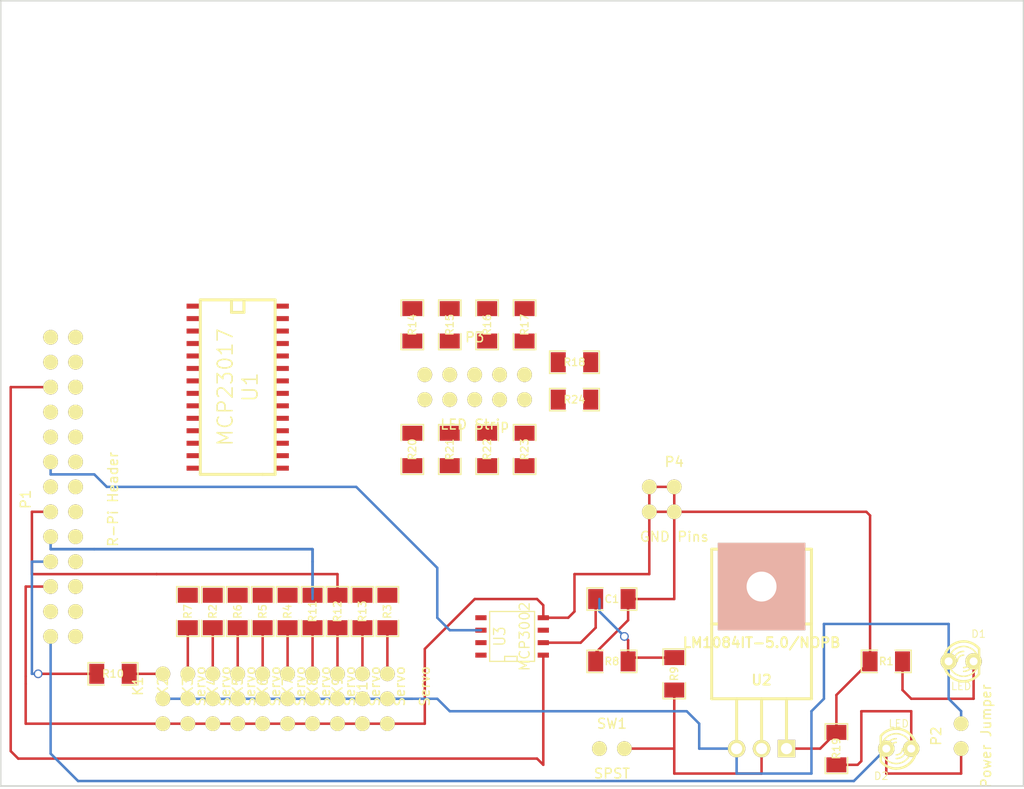
<source format=kicad_pcb>
(kicad_pcb (version 3) (host pcbnew "(2013-07-07 BZR 4022)-stable")

  (general
    (links 94)
    (no_connects 41)
    (area 76.124999 158.674999 180.415001 238.835001)
    (thickness 1.6)
    (drawings 4)
    (tracks 140)
    (zones 0)
    (modules 45)
    (nets 55)
  )

  (page A3)
  (layers
    (15 F.Cu signal)
    (0 B.Cu signal)
    (16 B.Adhes user)
    (17 F.Adhes user)
    (18 B.Paste user)
    (19 F.Paste user)
    (20 B.SilkS user)
    (21 F.SilkS user)
    (22 B.Mask user)
    (23 F.Mask user)
    (24 Dwgs.User user)
    (25 Cmts.User user)
    (26 Eco1.User user)
    (27 Eco2.User user)
    (28 Edge.Cuts user)
  )

  (setup
    (last_trace_width 0.254)
    (trace_clearance 0.254)
    (zone_clearance 0.508)
    (zone_45_only no)
    (trace_min 0.254)
    (segment_width 0.2)
    (edge_width 0.15)
    (via_size 0.889)
    (via_drill 0.635)
    (via_min_size 0.889)
    (via_min_drill 0.508)
    (uvia_size 0.508)
    (uvia_drill 0.127)
    (uvias_allowed no)
    (uvia_min_size 0.508)
    (uvia_min_drill 0.127)
    (pcb_text_width 0.3)
    (pcb_text_size 1.5 1.5)
    (mod_edge_width 0.15)
    (mod_text_size 1.5 1.5)
    (mod_text_width 0.15)
    (pad_size 1.524 1.524)
    (pad_drill 0.762)
    (pad_to_mask_clearance 0.2)
    (aux_axis_origin 0 0)
    (visible_elements FFFFFFBF)
    (pcbplotparams
      (layerselection 3178497)
      (usegerberextensions true)
      (excludeedgelayer true)
      (linewidth 0.100000)
      (plotframeref false)
      (viasonmask false)
      (mode 1)
      (useauxorigin false)
      (hpglpennumber 1)
      (hpglpenspeed 20)
      (hpglpendiameter 15)
      (hpglpenoverlay 2)
      (psnegative false)
      (psa4output false)
      (plotreference true)
      (plotvalue true)
      (plotothertext true)
      (plotinvisibletext false)
      (padsonsilk false)
      (subtractmaskfromsilk false)
      (outputformat 1)
      (mirror false)
      (drillshape 1)
      (scaleselection 1)
      (outputdirectory ""))
  )

  (net 0 "")
  (net 1 GND)
  (net 2 N-000001)
  (net 3 N-0000010)
  (net 4 N-0000011)
  (net 5 N-0000012)
  (net 6 N-0000013)
  (net 7 N-0000014)
  (net 8 N-0000015)
  (net 9 N-0000016)
  (net 10 N-0000017)
  (net 11 N-0000018)
  (net 12 N-0000019)
  (net 13 N-000002)
  (net 14 N-0000020)
  (net 15 N-0000021)
  (net 16 N-0000022)
  (net 17 N-0000023)
  (net 18 N-0000024)
  (net 19 N-0000025)
  (net 20 N-0000026)
  (net 21 N-0000027)
  (net 22 N-0000028)
  (net 23 N-0000029)
  (net 24 N-000003)
  (net 25 N-0000030)
  (net 26 N-0000031)
  (net 27 N-0000032)
  (net 28 N-0000033)
  (net 29 N-000004)
  (net 30 N-0000044)
  (net 31 N-0000045)
  (net 32 N-0000046)
  (net 33 N-0000047)
  (net 34 N-0000048)
  (net 35 N-0000049)
  (net 36 N-000005)
  (net 37 N-0000050)
  (net 38 N-0000051)
  (net 39 N-0000052)
  (net 40 N-0000053)
  (net 41 N-0000056)
  (net 42 N-0000058)
  (net 43 N-0000059)
  (net 44 N-000006)
  (net 45 N-0000060)
  (net 46 N-0000062)
  (net 47 N-000007)
  (net 48 N-0000071)
  (net 49 N-0000072)
  (net 50 N-0000079)
  (net 51 N-000008)
  (net 52 N-0000080)
  (net 53 N-0000083)
  (net 54 N-000009)

  (net_class Default "This is the default net class."
    (clearance 0.254)
    (trace_width 0.254)
    (via_dia 0.889)
    (via_drill 0.635)
    (uvia_dia 0.508)
    (uvia_drill 0.127)
    (add_net "")
    (add_net GND)
    (add_net N-000001)
    (add_net N-0000010)
    (add_net N-0000011)
    (add_net N-0000012)
    (add_net N-0000013)
    (add_net N-0000014)
    (add_net N-0000015)
    (add_net N-0000016)
    (add_net N-0000017)
    (add_net N-0000018)
    (add_net N-0000019)
    (add_net N-000002)
    (add_net N-0000020)
    (add_net N-0000021)
    (add_net N-0000022)
    (add_net N-0000023)
    (add_net N-0000024)
    (add_net N-0000025)
    (add_net N-0000026)
    (add_net N-0000027)
    (add_net N-0000028)
    (add_net N-0000029)
    (add_net N-000003)
    (add_net N-0000030)
    (add_net N-0000031)
    (add_net N-0000032)
    (add_net N-0000033)
    (add_net N-000004)
    (add_net N-0000044)
    (add_net N-0000045)
    (add_net N-0000046)
    (add_net N-0000047)
    (add_net N-0000048)
    (add_net N-0000049)
    (add_net N-000005)
    (add_net N-0000050)
    (add_net N-0000051)
    (add_net N-0000052)
    (add_net N-0000053)
    (add_net N-0000056)
    (add_net N-0000058)
    (add_net N-0000059)
    (add_net N-000006)
    (add_net N-0000060)
    (add_net N-0000062)
    (add_net N-000007)
    (add_net N-0000071)
    (add_net N-0000072)
    (add_net N-0000079)
    (add_net N-000008)
    (add_net N-0000080)
    (add_net N-0000083)
    (add_net N-000009)
  )

  (module TO220 (layer F.Cu) (tedit 200000) (tstamp 53F3A9AE)
    (at 153.67 234.95 90)
    (descr "Transistor TO 220")
    (tags "TR TO220 DEV")
    (path /53D00849)
    (fp_text reference U2 (at 6.985 0 180) (layer F.SilkS)
      (effects (font (size 1.016 1.016) (thickness 0.2032)))
    )
    (fp_text value LM1084IT-5.0/NOPB (at 10.795 0 180) (layer F.SilkS)
      (effects (font (size 1.016 1.016) (thickness 0.2032)))
    )
    (fp_line (start 0 -2.54) (end 5.08 -2.54) (layer F.SilkS) (width 0.3048))
    (fp_line (start 0 0) (end 5.08 0) (layer F.SilkS) (width 0.3048))
    (fp_line (start 0 2.54) (end 5.08 2.54) (layer F.SilkS) (width 0.3048))
    (fp_line (start 5.08 5.08) (end 20.32 5.08) (layer F.SilkS) (width 0.3048))
    (fp_line (start 20.32 5.08) (end 20.32 -5.08) (layer F.SilkS) (width 0.3048))
    (fp_line (start 20.32 -5.08) (end 5.08 -5.08) (layer F.SilkS) (width 0.3048))
    (fp_line (start 5.08 -5.08) (end 5.08 5.08) (layer F.SilkS) (width 0.3048))
    (fp_line (start 12.7 3.81) (end 12.7 -5.08) (layer F.SilkS) (width 0.3048))
    (fp_line (start 12.7 3.81) (end 12.7 5.08) (layer F.SilkS) (width 0.3048))
    (pad 1 thru_hole rect (at 0 2.54 90) (size 1.778 1.778) (drill 1.143)
      (layers *.Cu *.Mask F.SilkS)
      (net 1 GND)
    )
    (pad 2 thru_hole circle (at 0 -2.54 90) (size 1.778 1.778) (drill 1.143)
      (layers *.Cu *.Mask F.SilkS)
      (net 50 N-0000079)
    )
    (pad 3 thru_hole circle (at 0 0 90) (size 1.778 1.778) (drill 1.143)
      (layers *.Cu *.Mask F.SilkS)
      (net 53 N-0000083)
    )
    (pad 4 thru_hole rect (at 16.51 0 90) (size 8.89 8.89) (drill 3.048)
      (layers *.Cu *.SilkS *.Mask)
    )
    (model discret/to220_horiz.wrl
      (at (xyz 0 0 0))
      (scale (xyz 1 1 1))
      (rotate (xyz 0 0 0))
    )
  )

  (module SO8N (layer F.Cu) (tedit 45127296) (tstamp 53F3A9C1)
    (at 128.27 223.52 90)
    (descr "Module CMS SOJ 8 pins large")
    (tags "CMS SOJ")
    (path /53D01206)
    (attr smd)
    (fp_text reference U3 (at 0 -1.27 90) (layer F.SilkS)
      (effects (font (size 1.143 1.016) (thickness 0.127)))
    )
    (fp_text value MCP3002 (at 0 1.27 90) (layer F.SilkS)
      (effects (font (size 1.016 1.016) (thickness 0.127)))
    )
    (fp_line (start -2.54 -2.286) (end 2.54 -2.286) (layer F.SilkS) (width 0.127))
    (fp_line (start 2.54 -2.286) (end 2.54 2.286) (layer F.SilkS) (width 0.127))
    (fp_line (start 2.54 2.286) (end -2.54 2.286) (layer F.SilkS) (width 0.127))
    (fp_line (start -2.54 2.286) (end -2.54 -2.286) (layer F.SilkS) (width 0.127))
    (fp_line (start -2.54 -0.762) (end -2.032 -0.762) (layer F.SilkS) (width 0.127))
    (fp_line (start -2.032 -0.762) (end -2.032 0.508) (layer F.SilkS) (width 0.127))
    (fp_line (start -2.032 0.508) (end -2.54 0.508) (layer F.SilkS) (width 0.127))
    (pad 8 smd rect (at -1.905 -3.175 90) (size 0.508 1.143)
      (layers F.Cu F.Paste F.Mask)
      (net 52 N-0000080)
    )
    (pad 7 smd rect (at -0.635 -3.175 90) (size 0.508 1.143)
      (layers F.Cu F.Paste F.Mask)
      (net 41 N-0000056)
    )
    (pad 6 smd rect (at 0.635 -3.175 90) (size 0.508 1.143)
      (layers F.Cu F.Paste F.Mask)
      (net 46 N-0000062)
    )
    (pad 5 smd rect (at 1.905 -3.175 90) (size 0.508 1.143)
      (layers F.Cu F.Paste F.Mask)
      (net 45 N-0000060)
    )
    (pad 4 smd rect (at 1.905 3.175 90) (size 0.508 1.143)
      (layers F.Cu F.Paste F.Mask)
      (net 1 GND)
    )
    (pad 3 smd rect (at 0.635 3.175 90) (size 0.508 1.143)
      (layers F.Cu F.Paste F.Mask)
    )
    (pad 2 smd rect (at -0.635 3.175 90) (size 0.508 1.143)
      (layers F.Cu F.Paste F.Mask)
      (net 42 N-0000058)
    )
    (pad 1 smd rect (at -1.905 3.175 90) (size 0.508 1.143)
      (layers F.Cu F.Paste F.Mask)
      (net 43 N-0000059)
    )
    (model smd/cms_so8.wrl
      (at (xyz 0 0 0))
      (scale (xyz 0.5 0.38 0.5))
      (rotate (xyz 0 0 0))
    )
  )

  (module SO28 (layer F.Cu) (tedit 428070DF) (tstamp 53F3A9E9)
    (at 100.33 198.12 270)
    (descr "Module CMS SO 28 pins large")
    (tags "CMS SOJ SO SOIC")
    (path /53CFF7BD)
    (attr smd)
    (fp_text reference U1 (at 0 -1.26492 270) (layer F.SilkS)
      (effects (font (size 1.524 1.524) (thickness 0.1524)))
    )
    (fp_text value MCP23017 (at 0 1.27 270) (layer F.SilkS)
      (effects (font (size 1.524 1.524) (thickness 0.1524)))
    )
    (fp_line (start 8.89 -2.54) (end 8.89 3.81) (layer F.SilkS) (width 0.3048))
    (fp_line (start 8.89 3.81) (end -8.89 3.81) (layer F.SilkS) (width 0.3048))
    (fp_line (start -8.89 3.81) (end -8.89 -3.81) (layer F.SilkS) (width 0.3048))
    (fp_line (start -8.89 -3.81) (end 8.89 -3.81) (layer F.SilkS) (width 0.3048))
    (fp_line (start 8.89 -3.81) (end 8.89 -2.54) (layer F.SilkS) (width 0.3048))
    (fp_line (start -8.89 -0.635) (end -7.62 -0.635) (layer F.SilkS) (width 0.3048))
    (fp_line (start -7.62 -0.635) (end -7.62 0.635) (layer F.SilkS) (width 0.3048))
    (fp_line (start -7.62 0.635) (end -8.89 0.635) (layer F.SilkS) (width 0.3048))
    (pad 1 smd rect (at -8.255 4.572 270) (size 0.508 1.27)
      (layers F.Cu F.Paste F.Mask)
      (net 13 N-000002)
    )
    (pad 2 smd rect (at -6.985 4.572 270) (size 0.508 1.27)
      (layers F.Cu F.Paste F.Mask)
      (net 3 N-0000010)
    )
    (pad 3 smd rect (at -5.715 4.572 270) (size 0.508 1.27)
      (layers F.Cu F.Paste F.Mask)
      (net 2 N-000001)
    )
    (pad 4 smd rect (at -4.445 4.572 270) (size 0.508 1.27)
      (layers F.Cu F.Paste F.Mask)
      (net 54 N-000009)
    )
    (pad 5 smd rect (at -3.175 4.572 270) (size 0.508 1.27)
      (layers F.Cu F.Paste F.Mask)
      (net 51 N-000008)
    )
    (pad 6 smd rect (at -1.905 4.572 270) (size 0.508 1.27)
      (layers F.Cu F.Paste F.Mask)
    )
    (pad 7 smd rect (at -0.635 4.572 270) (size 0.508 1.27)
      (layers F.Cu F.Paste F.Mask)
    )
    (pad 8 smd rect (at 0.635 4.572 270) (size 0.508 1.27)
      (layers F.Cu F.Paste F.Mask)
    )
    (pad 9 smd rect (at 1.905 4.572 270) (size 0.508 1.27)
      (layers F.Cu F.Paste F.Mask)
      (net 52 N-0000080)
    )
    (pad 10 smd rect (at 3.175 4.572 270) (size 0.508 1.27)
      (layers F.Cu F.Paste F.Mask)
      (net 1 GND)
    )
    (pad 11 smd rect (at 4.445 4.572 270) (size 0.508 1.27)
      (layers F.Cu F.Paste F.Mask)
    )
    (pad 12 smd rect (at 5.715 4.572 270) (size 0.508 1.27)
      (layers F.Cu F.Paste F.Mask)
      (net 49 N-0000072)
    )
    (pad 13 smd rect (at 6.985 4.572 270) (size 0.508 1.27)
      (layers F.Cu F.Paste F.Mask)
      (net 48 N-0000071)
    )
    (pad 14 smd rect (at 8.255 4.572 270) (size 0.508 1.27)
      (layers F.Cu F.Paste F.Mask)
    )
    (pad 15 smd rect (at 8.255 -4.572 270) (size 0.508 1.27)
      (layers F.Cu F.Paste F.Mask)
      (net 1 GND)
    )
    (pad 16 smd rect (at 6.985 -4.572 270) (size 0.508 1.27)
      (layers F.Cu F.Paste F.Mask)
      (net 1 GND)
    )
    (pad 17 smd rect (at 5.715 -4.572 270) (size 0.508 1.27)
      (layers F.Cu F.Paste F.Mask)
      (net 1 GND)
    )
    (pad 18 smd rect (at 4.445 -4.572 270) (size 0.508 1.27)
      (layers F.Cu F.Paste F.Mask)
      (net 52 N-0000080)
    )
    (pad 19 smd rect (at 3.175 -4.572 270) (size 0.508 1.27)
      (layers F.Cu F.Paste F.Mask)
    )
    (pad 20 smd rect (at 1.905 -4.572 270) (size 0.508 1.27)
      (layers F.Cu F.Paste F.Mask)
    )
    (pad 21 smd rect (at 0.635 -4.572 270) (size 0.508 1.27)
      (layers F.Cu F.Paste F.Mask)
      (net 38 N-0000051)
    )
    (pad 22 smd rect (at -0.635 -4.572 270) (size 0.508 1.27)
      (layers F.Cu F.Paste F.Mask)
      (net 12 N-0000019)
    )
    (pad 23 smd rect (at -1.905 -4.572 270) (size 0.508 1.27)
      (layers F.Cu F.Paste F.Mask)
      (net 11 N-0000018)
    )
    (pad 24 smd rect (at -3.175 -4.572 270) (size 0.508 1.27)
      (layers F.Cu F.Paste F.Mask)
      (net 10 N-0000017)
    )
    (pad 25 smd rect (at -4.445 -4.572 270) (size 0.508 1.27)
      (layers F.Cu F.Paste F.Mask)
      (net 9 N-0000016)
    )
    (pad 26 smd rect (at -5.715 -4.572 270) (size 0.508 1.27)
      (layers F.Cu F.Paste F.Mask)
    )
    (pad 27 smd rect (at -6.985 -4.572 270) (size 0.508 1.27)
      (layers F.Cu F.Paste F.Mask)
    )
    (pad 28 smd rect (at -8.255 -4.572 270) (size 0.508 1.27)
      (layers F.Cu F.Paste F.Mask)
    )
    (model smd/cms_soj28.wrl
      (at (xyz 0 0 0))
      (scale (xyz 0.5 0.55 0.5))
      (rotate (xyz 0 0 0))
    )
  )

  (module SM1206 (layer F.Cu) (tedit 42806E24) (tstamp 53F3A9F5)
    (at 115.57 220.98 90)
    (path /53F3CC9A)
    (attr smd)
    (fp_text reference R3 (at 0 0 90) (layer F.SilkS)
      (effects (font (size 0.762 0.762) (thickness 0.127)))
    )
    (fp_text value 1K (at 0 0 90) (layer F.SilkS) hide
      (effects (font (size 0.762 0.762) (thickness 0.127)))
    )
    (fp_line (start -2.54 -1.143) (end -2.54 1.143) (layer F.SilkS) (width 0.127))
    (fp_line (start -2.54 1.143) (end -0.889 1.143) (layer F.SilkS) (width 0.127))
    (fp_line (start 0.889 -1.143) (end 2.54 -1.143) (layer F.SilkS) (width 0.127))
    (fp_line (start 2.54 -1.143) (end 2.54 1.143) (layer F.SilkS) (width 0.127))
    (fp_line (start 2.54 1.143) (end 0.889 1.143) (layer F.SilkS) (width 0.127))
    (fp_line (start -0.889 -1.143) (end -2.54 -1.143) (layer F.SilkS) (width 0.127))
    (pad 1 smd rect (at -1.651 0 90) (size 1.524 2.032)
      (layers F.Cu F.Paste F.Mask)
      (net 4 N-0000011)
    )
    (pad 2 smd rect (at 1.651 0 90) (size 1.524 2.032)
      (layers F.Cu F.Paste F.Mask)
      (net 20 N-0000026)
    )
    (model smd/chip_cms.wrl
      (at (xyz 0 0 0))
      (scale (xyz 0.17 0.16 0.16))
      (rotate (xyz 0 0 0))
    )
  )

  (module SM1206 (layer F.Cu) (tedit 42806E24) (tstamp 53F3AA01)
    (at 121.92 191.77 270)
    (path /53D029F5)
    (attr smd)
    (fp_text reference R15 (at 0 0 270) (layer F.SilkS)
      (effects (font (size 0.762 0.762) (thickness 0.127)))
    )
    (fp_text value 270 (at 0 0 270) (layer F.SilkS) hide
      (effects (font (size 0.762 0.762) (thickness 0.127)))
    )
    (fp_line (start -2.54 -1.143) (end -2.54 1.143) (layer F.SilkS) (width 0.127))
    (fp_line (start -2.54 1.143) (end -0.889 1.143) (layer F.SilkS) (width 0.127))
    (fp_line (start 0.889 -1.143) (end 2.54 -1.143) (layer F.SilkS) (width 0.127))
    (fp_line (start 2.54 -1.143) (end 2.54 1.143) (layer F.SilkS) (width 0.127))
    (fp_line (start 2.54 1.143) (end 0.889 1.143) (layer F.SilkS) (width 0.127))
    (fp_line (start -0.889 -1.143) (end -2.54 -1.143) (layer F.SilkS) (width 0.127))
    (pad 1 smd rect (at -1.651 0 270) (size 1.524 2.032)
      (layers F.Cu F.Paste F.Mask)
      (net 10 N-0000017)
    )
    (pad 2 smd rect (at 1.651 0 270) (size 1.524 2.032)
      (layers F.Cu F.Paste F.Mask)
      (net 14 N-0000020)
    )
    (model smd/chip_cms.wrl
      (at (xyz 0 0 0))
      (scale (xyz 0.17 0.16 0.16))
      (rotate (xyz 0 0 0))
    )
  )

  (module SM1206 (layer F.Cu) (tedit 42806E24) (tstamp 53F3AA0D)
    (at 118.11 191.77 270)
    (path /53D029FD)
    (attr smd)
    (fp_text reference R14 (at 0 0 270) (layer F.SilkS)
      (effects (font (size 0.762 0.762) (thickness 0.127)))
    )
    (fp_text value 270 (at 0 0 270) (layer F.SilkS) hide
      (effects (font (size 0.762 0.762) (thickness 0.127)))
    )
    (fp_line (start -2.54 -1.143) (end -2.54 1.143) (layer F.SilkS) (width 0.127))
    (fp_line (start -2.54 1.143) (end -0.889 1.143) (layer F.SilkS) (width 0.127))
    (fp_line (start 0.889 -1.143) (end 2.54 -1.143) (layer F.SilkS) (width 0.127))
    (fp_line (start 2.54 -1.143) (end 2.54 1.143) (layer F.SilkS) (width 0.127))
    (fp_line (start 2.54 1.143) (end 0.889 1.143) (layer F.SilkS) (width 0.127))
    (fp_line (start -0.889 -1.143) (end -2.54 -1.143) (layer F.SilkS) (width 0.127))
    (pad 1 smd rect (at -1.651 0 270) (size 1.524 2.032)
      (layers F.Cu F.Paste F.Mask)
      (net 9 N-0000016)
    )
    (pad 2 smd rect (at 1.651 0 270) (size 1.524 2.032)
      (layers F.Cu F.Paste F.Mask)
      (net 8 N-0000015)
    )
    (model smd/chip_cms.wrl
      (at (xyz 0 0 0))
      (scale (xyz 0.17 0.16 0.16))
      (rotate (xyz 0 0 0))
    )
  )

  (module SM1206 (layer F.Cu) (tedit 42806E24) (tstamp 53F3AA19)
    (at 134.62 195.58 180)
    (path /53D02A0A)
    (attr smd)
    (fp_text reference R18 (at 0 0 180) (layer F.SilkS)
      (effects (font (size 0.762 0.762) (thickness 0.127)))
    )
    (fp_text value 270 (at 0 0 180) (layer F.SilkS) hide
      (effects (font (size 0.762 0.762) (thickness 0.127)))
    )
    (fp_line (start -2.54 -1.143) (end -2.54 1.143) (layer F.SilkS) (width 0.127))
    (fp_line (start -2.54 1.143) (end -0.889 1.143) (layer F.SilkS) (width 0.127))
    (fp_line (start 0.889 -1.143) (end 2.54 -1.143) (layer F.SilkS) (width 0.127))
    (fp_line (start 2.54 -1.143) (end 2.54 1.143) (layer F.SilkS) (width 0.127))
    (fp_line (start 2.54 1.143) (end 0.889 1.143) (layer F.SilkS) (width 0.127))
    (fp_line (start -0.889 -1.143) (end -2.54 -1.143) (layer F.SilkS) (width 0.127))
    (pad 1 smd rect (at -1.651 0 180) (size 1.524 2.032)
      (layers F.Cu F.Paste F.Mask)
      (net 38 N-0000051)
    )
    (pad 2 smd rect (at 1.651 0 180) (size 1.524 2.032)
      (layers F.Cu F.Paste F.Mask)
      (net 17 N-0000023)
    )
    (model smd/chip_cms.wrl
      (at (xyz 0 0 0))
      (scale (xyz 0.17 0.16 0.16))
      (rotate (xyz 0 0 0))
    )
  )

  (module SM1206 (layer F.Cu) (tedit 42806E24) (tstamp 53F3AA25)
    (at 134.62 199.39 180)
    (path /53D9664A)
    (attr smd)
    (fp_text reference R24 (at 0 0 180) (layer F.SilkS)
      (effects (font (size 0.762 0.762) (thickness 0.127)))
    )
    (fp_text value 270 (at 0 0 180) (layer F.SilkS) hide
      (effects (font (size 0.762 0.762) (thickness 0.127)))
    )
    (fp_line (start -2.54 -1.143) (end -2.54 1.143) (layer F.SilkS) (width 0.127))
    (fp_line (start -2.54 1.143) (end -0.889 1.143) (layer F.SilkS) (width 0.127))
    (fp_line (start 0.889 -1.143) (end 2.54 -1.143) (layer F.SilkS) (width 0.127))
    (fp_line (start 2.54 -1.143) (end 2.54 1.143) (layer F.SilkS) (width 0.127))
    (fp_line (start 2.54 1.143) (end 0.889 1.143) (layer F.SilkS) (width 0.127))
    (fp_line (start -0.889 -1.143) (end -2.54 -1.143) (layer F.SilkS) (width 0.127))
    (pad 1 smd rect (at -1.651 0 180) (size 1.524 2.032)
      (layers F.Cu F.Paste F.Mask)
      (net 24 N-000003)
    )
    (pad 2 smd rect (at 1.651 0 180) (size 1.524 2.032)
      (layers F.Cu F.Paste F.Mask)
      (net 13 N-000002)
    )
    (model smd/chip_cms.wrl
      (at (xyz 0 0 0))
      (scale (xyz 0.17 0.16 0.16))
      (rotate (xyz 0 0 0))
    )
  )

  (module SM1206 (layer F.Cu) (tedit 42806E24) (tstamp 53F3AA31)
    (at 129.54 204.47 270)
    (path /53D96650)
    (attr smd)
    (fp_text reference R23 (at 0 0 270) (layer F.SilkS)
      (effects (font (size 0.762 0.762) (thickness 0.127)))
    )
    (fp_text value 270 (at 0 0 270) (layer F.SilkS) hide
      (effects (font (size 0.762 0.762) (thickness 0.127)))
    )
    (fp_line (start -2.54 -1.143) (end -2.54 1.143) (layer F.SilkS) (width 0.127))
    (fp_line (start -2.54 1.143) (end -0.889 1.143) (layer F.SilkS) (width 0.127))
    (fp_line (start 0.889 -1.143) (end 2.54 -1.143) (layer F.SilkS) (width 0.127))
    (fp_line (start 2.54 -1.143) (end 2.54 1.143) (layer F.SilkS) (width 0.127))
    (fp_line (start 2.54 1.143) (end 0.889 1.143) (layer F.SilkS) (width 0.127))
    (fp_line (start -0.889 -1.143) (end -2.54 -1.143) (layer F.SilkS) (width 0.127))
    (pad 1 smd rect (at -1.651 0 270) (size 1.524 2.032)
      (layers F.Cu F.Paste F.Mask)
      (net 29 N-000004)
    )
    (pad 2 smd rect (at 1.651 0 270) (size 1.524 2.032)
      (layers F.Cu F.Paste F.Mask)
      (net 3 N-0000010)
    )
    (model smd/chip_cms.wrl
      (at (xyz 0 0 0))
      (scale (xyz 0.17 0.16 0.16))
      (rotate (xyz 0 0 0))
    )
  )

  (module SM1206 (layer F.Cu) (tedit 42806E24) (tstamp 53F3AA3D)
    (at 125.73 204.47 270)
    (path /53D96656)
    (attr smd)
    (fp_text reference R22 (at 0 0 270) (layer F.SilkS)
      (effects (font (size 0.762 0.762) (thickness 0.127)))
    )
    (fp_text value 270 (at 0 0 270) (layer F.SilkS) hide
      (effects (font (size 0.762 0.762) (thickness 0.127)))
    )
    (fp_line (start -2.54 -1.143) (end -2.54 1.143) (layer F.SilkS) (width 0.127))
    (fp_line (start -2.54 1.143) (end -0.889 1.143) (layer F.SilkS) (width 0.127))
    (fp_line (start 0.889 -1.143) (end 2.54 -1.143) (layer F.SilkS) (width 0.127))
    (fp_line (start 2.54 -1.143) (end 2.54 1.143) (layer F.SilkS) (width 0.127))
    (fp_line (start 2.54 1.143) (end 0.889 1.143) (layer F.SilkS) (width 0.127))
    (fp_line (start -0.889 -1.143) (end -2.54 -1.143) (layer F.SilkS) (width 0.127))
    (pad 1 smd rect (at -1.651 0 270) (size 1.524 2.032)
      (layers F.Cu F.Paste F.Mask)
      (net 36 N-000005)
    )
    (pad 2 smd rect (at 1.651 0 270) (size 1.524 2.032)
      (layers F.Cu F.Paste F.Mask)
      (net 2 N-000001)
    )
    (model smd/chip_cms.wrl
      (at (xyz 0 0 0))
      (scale (xyz 0.17 0.16 0.16))
      (rotate (xyz 0 0 0))
    )
  )

  (module SM1206 (layer F.Cu) (tedit 42806E24) (tstamp 53F3AA49)
    (at 121.92 204.47 270)
    (path /53D9665C)
    (attr smd)
    (fp_text reference R21 (at 0 0 270) (layer F.SilkS)
      (effects (font (size 0.762 0.762) (thickness 0.127)))
    )
    (fp_text value 270 (at 0 0 270) (layer F.SilkS) hide
      (effects (font (size 0.762 0.762) (thickness 0.127)))
    )
    (fp_line (start -2.54 -1.143) (end -2.54 1.143) (layer F.SilkS) (width 0.127))
    (fp_line (start -2.54 1.143) (end -0.889 1.143) (layer F.SilkS) (width 0.127))
    (fp_line (start 0.889 -1.143) (end 2.54 -1.143) (layer F.SilkS) (width 0.127))
    (fp_line (start 2.54 -1.143) (end 2.54 1.143) (layer F.SilkS) (width 0.127))
    (fp_line (start 2.54 1.143) (end 0.889 1.143) (layer F.SilkS) (width 0.127))
    (fp_line (start -0.889 -1.143) (end -2.54 -1.143) (layer F.SilkS) (width 0.127))
    (pad 1 smd rect (at -1.651 0 270) (size 1.524 2.032)
      (layers F.Cu F.Paste F.Mask)
      (net 44 N-000006)
    )
    (pad 2 smd rect (at 1.651 0 270) (size 1.524 2.032)
      (layers F.Cu F.Paste F.Mask)
      (net 54 N-000009)
    )
    (model smd/chip_cms.wrl
      (at (xyz 0 0 0))
      (scale (xyz 0.17 0.16 0.16))
      (rotate (xyz 0 0 0))
    )
  )

  (module SM1206 (layer F.Cu) (tedit 42806E24) (tstamp 53F3AA55)
    (at 118.11 204.47 270)
    (path /53D96662)
    (attr smd)
    (fp_text reference R20 (at 0 0 270) (layer F.SilkS)
      (effects (font (size 0.762 0.762) (thickness 0.127)))
    )
    (fp_text value 270 (at 0 0 270) (layer F.SilkS) hide
      (effects (font (size 0.762 0.762) (thickness 0.127)))
    )
    (fp_line (start -2.54 -1.143) (end -2.54 1.143) (layer F.SilkS) (width 0.127))
    (fp_line (start -2.54 1.143) (end -0.889 1.143) (layer F.SilkS) (width 0.127))
    (fp_line (start 0.889 -1.143) (end 2.54 -1.143) (layer F.SilkS) (width 0.127))
    (fp_line (start 2.54 -1.143) (end 2.54 1.143) (layer F.SilkS) (width 0.127))
    (fp_line (start 2.54 1.143) (end 0.889 1.143) (layer F.SilkS) (width 0.127))
    (fp_line (start -0.889 -1.143) (end -2.54 -1.143) (layer F.SilkS) (width 0.127))
    (pad 1 smd rect (at -1.651 0 270) (size 1.524 2.032)
      (layers F.Cu F.Paste F.Mask)
      (net 47 N-000007)
    )
    (pad 2 smd rect (at 1.651 0 270) (size 1.524 2.032)
      (layers F.Cu F.Paste F.Mask)
      (net 51 N-000008)
    )
    (model smd/chip_cms.wrl
      (at (xyz 0 0 0))
      (scale (xyz 0.17 0.16 0.16))
      (rotate (xyz 0 0 0))
    )
  )

  (module SM1206 (layer F.Cu) (tedit 42806E24) (tstamp 53F3B045)
    (at 161.29 234.95 90)
    (path /53D9701F)
    (attr smd)
    (fp_text reference R19 (at 0 0 90) (layer F.SilkS)
      (effects (font (size 0.762 0.762) (thickness 0.127)))
    )
    (fp_text value 270 (at 0 0 90) (layer F.SilkS) hide
      (effects (font (size 0.762 0.762) (thickness 0.127)))
    )
    (fp_line (start -2.54 -1.143) (end -2.54 1.143) (layer F.SilkS) (width 0.127))
    (fp_line (start -2.54 1.143) (end -0.889 1.143) (layer F.SilkS) (width 0.127))
    (fp_line (start 0.889 -1.143) (end 2.54 -1.143) (layer F.SilkS) (width 0.127))
    (fp_line (start 2.54 -1.143) (end 2.54 1.143) (layer F.SilkS) (width 0.127))
    (fp_line (start 2.54 1.143) (end 0.889 1.143) (layer F.SilkS) (width 0.127))
    (fp_line (start -0.889 -1.143) (end -2.54 -1.143) (layer F.SilkS) (width 0.127))
    (pad 1 smd rect (at -1.651 0 90) (size 1.524 2.032)
      (layers F.Cu F.Paste F.Mask)
      (net 6 N-0000013)
    )
    (pad 2 smd rect (at 1.651 0 90) (size 1.524 2.032)
      (layers F.Cu F.Paste F.Mask)
      (net 1 GND)
    )
    (model smd/chip_cms.wrl
      (at (xyz 0 0 0))
      (scale (xyz 0.17 0.16 0.16))
      (rotate (xyz 0 0 0))
    )
  )

  (module SM1206 (layer F.Cu) (tedit 42806E24) (tstamp 53F3AA6D)
    (at 129.54 191.77 270)
    (path /53D029EF)
    (attr smd)
    (fp_text reference R17 (at 0 0 270) (layer F.SilkS)
      (effects (font (size 0.762 0.762) (thickness 0.127)))
    )
    (fp_text value 270 (at 0 0 270) (layer F.SilkS) hide
      (effects (font (size 0.762 0.762) (thickness 0.127)))
    )
    (fp_line (start -2.54 -1.143) (end -2.54 1.143) (layer F.SilkS) (width 0.127))
    (fp_line (start -2.54 1.143) (end -0.889 1.143) (layer F.SilkS) (width 0.127))
    (fp_line (start 0.889 -1.143) (end 2.54 -1.143) (layer F.SilkS) (width 0.127))
    (fp_line (start 2.54 -1.143) (end 2.54 1.143) (layer F.SilkS) (width 0.127))
    (fp_line (start 2.54 1.143) (end 0.889 1.143) (layer F.SilkS) (width 0.127))
    (fp_line (start -0.889 -1.143) (end -2.54 -1.143) (layer F.SilkS) (width 0.127))
    (pad 1 smd rect (at -1.651 0 270) (size 1.524 2.032)
      (layers F.Cu F.Paste F.Mask)
      (net 12 N-0000019)
    )
    (pad 2 smd rect (at 1.651 0 270) (size 1.524 2.032)
      (layers F.Cu F.Paste F.Mask)
      (net 16 N-0000022)
    )
    (model smd/chip_cms.wrl
      (at (xyz 0 0 0))
      (scale (xyz 0.17 0.16 0.16))
      (rotate (xyz 0 0 0))
    )
  )

  (module SM1206 (layer F.Cu) (tedit 42806E24) (tstamp 53F3AA79)
    (at 105.41 220.98 90)
    (path /53F3CE98)
    (attr smd)
    (fp_text reference R4 (at 0 0 90) (layer F.SilkS)
      (effects (font (size 0.762 0.762) (thickness 0.127)))
    )
    (fp_text value 1K (at 0 0 90) (layer F.SilkS) hide
      (effects (font (size 0.762 0.762) (thickness 0.127)))
    )
    (fp_line (start -2.54 -1.143) (end -2.54 1.143) (layer F.SilkS) (width 0.127))
    (fp_line (start -2.54 1.143) (end -0.889 1.143) (layer F.SilkS) (width 0.127))
    (fp_line (start 0.889 -1.143) (end 2.54 -1.143) (layer F.SilkS) (width 0.127))
    (fp_line (start 2.54 -1.143) (end 2.54 1.143) (layer F.SilkS) (width 0.127))
    (fp_line (start 2.54 1.143) (end 0.889 1.143) (layer F.SilkS) (width 0.127))
    (fp_line (start -0.889 -1.143) (end -2.54 -1.143) (layer F.SilkS) (width 0.127))
    (pad 1 smd rect (at -1.651 0 90) (size 1.524 2.032)
      (layers F.Cu F.Paste F.Mask)
      (net 27 N-0000032)
    )
    (pad 2 smd rect (at 1.651 0 90) (size 1.524 2.032)
      (layers F.Cu F.Paste F.Mask)
      (net 25 N-0000030)
    )
    (model smd/chip_cms.wrl
      (at (xyz 0 0 0))
      (scale (xyz 0.17 0.16 0.16))
      (rotate (xyz 0 0 0))
    )
  )

  (module SM1206 (layer F.Cu) (tedit 42806E24) (tstamp 53F3AA85)
    (at 102.87 220.98 90)
    (path /53F3CF90)
    (attr smd)
    (fp_text reference R5 (at 0 0 90) (layer F.SilkS)
      (effects (font (size 0.762 0.762) (thickness 0.127)))
    )
    (fp_text value 1K (at 0 0 90) (layer F.SilkS) hide
      (effects (font (size 0.762 0.762) (thickness 0.127)))
    )
    (fp_line (start -2.54 -1.143) (end -2.54 1.143) (layer F.SilkS) (width 0.127))
    (fp_line (start -2.54 1.143) (end -0.889 1.143) (layer F.SilkS) (width 0.127))
    (fp_line (start 0.889 -1.143) (end 2.54 -1.143) (layer F.SilkS) (width 0.127))
    (fp_line (start 2.54 -1.143) (end 2.54 1.143) (layer F.SilkS) (width 0.127))
    (fp_line (start 2.54 1.143) (end 0.889 1.143) (layer F.SilkS) (width 0.127))
    (fp_line (start -0.889 -1.143) (end -2.54 -1.143) (layer F.SilkS) (width 0.127))
    (pad 1 smd rect (at -1.651 0 90) (size 1.524 2.032)
      (layers F.Cu F.Paste F.Mask)
      (net 5 N-0000012)
    )
    (pad 2 smd rect (at 1.651 0 90) (size 1.524 2.032)
      (layers F.Cu F.Paste F.Mask)
      (net 23 N-0000029)
    )
    (model smd/chip_cms.wrl
      (at (xyz 0 0 0))
      (scale (xyz 0.17 0.16 0.16))
      (rotate (xyz 0 0 0))
    )
  )

  (module SM1206 (layer F.Cu) (tedit 42806E24) (tstamp 53F3AA91)
    (at 100.33 220.98 90)
    (path /53F3D092)
    (attr smd)
    (fp_text reference R6 (at 0 0 90) (layer F.SilkS)
      (effects (font (size 0.762 0.762) (thickness 0.127)))
    )
    (fp_text value 1K (at 0 0 90) (layer F.SilkS) hide
      (effects (font (size 0.762 0.762) (thickness 0.127)))
    )
    (fp_line (start -2.54 -1.143) (end -2.54 1.143) (layer F.SilkS) (width 0.127))
    (fp_line (start -2.54 1.143) (end -0.889 1.143) (layer F.SilkS) (width 0.127))
    (fp_line (start 0.889 -1.143) (end 2.54 -1.143) (layer F.SilkS) (width 0.127))
    (fp_line (start 2.54 -1.143) (end 2.54 1.143) (layer F.SilkS) (width 0.127))
    (fp_line (start 2.54 1.143) (end 0.889 1.143) (layer F.SilkS) (width 0.127))
    (fp_line (start -0.889 -1.143) (end -2.54 -1.143) (layer F.SilkS) (width 0.127))
    (pad 1 smd rect (at -1.651 0 90) (size 1.524 2.032)
      (layers F.Cu F.Paste F.Mask)
      (net 7 N-0000014)
    )
    (pad 2 smd rect (at 1.651 0 90) (size 1.524 2.032)
      (layers F.Cu F.Paste F.Mask)
      (net 22 N-0000028)
    )
    (model smd/chip_cms.wrl
      (at (xyz 0 0 0))
      (scale (xyz 0.17 0.16 0.16))
      (rotate (xyz 0 0 0))
    )
  )

  (module SM1206 (layer F.Cu) (tedit 42806E24) (tstamp 53F3AA9D)
    (at 95.25 220.98 90)
    (path /53F3D18A)
    (attr smd)
    (fp_text reference R7 (at 0 0 90) (layer F.SilkS)
      (effects (font (size 0.762 0.762) (thickness 0.127)))
    )
    (fp_text value 1K (at 0 0 90) (layer F.SilkS) hide
      (effects (font (size 0.762 0.762) (thickness 0.127)))
    )
    (fp_line (start -2.54 -1.143) (end -2.54 1.143) (layer F.SilkS) (width 0.127))
    (fp_line (start -2.54 1.143) (end -0.889 1.143) (layer F.SilkS) (width 0.127))
    (fp_line (start 0.889 -1.143) (end 2.54 -1.143) (layer F.SilkS) (width 0.127))
    (fp_line (start 2.54 -1.143) (end 2.54 1.143) (layer F.SilkS) (width 0.127))
    (fp_line (start 2.54 1.143) (end 0.889 1.143) (layer F.SilkS) (width 0.127))
    (fp_line (start -0.889 -1.143) (end -2.54 -1.143) (layer F.SilkS) (width 0.127))
    (pad 1 smd rect (at -1.651 0 90) (size 1.524 2.032)
      (layers F.Cu F.Paste F.Mask)
      (net 18 N-0000024)
    )
    (pad 2 smd rect (at 1.651 0 90) (size 1.524 2.032)
      (layers F.Cu F.Paste F.Mask)
      (net 21 N-0000027)
    )
    (model smd/chip_cms.wrl
      (at (xyz 0 0 0))
      (scale (xyz 0.17 0.16 0.16))
      (rotate (xyz 0 0 0))
    )
  )

  (module SM1206 (layer F.Cu) (tedit 42806E24) (tstamp 53F3AAA9)
    (at 97.79 220.98 270)
    (path /53F3D282)
    (attr smd)
    (fp_text reference R2 (at 0 0 270) (layer F.SilkS)
      (effects (font (size 0.762 0.762) (thickness 0.127)))
    )
    (fp_text value 1K (at 0 0 270) (layer F.SilkS) hide
      (effects (font (size 0.762 0.762) (thickness 0.127)))
    )
    (fp_line (start -2.54 -1.143) (end -2.54 1.143) (layer F.SilkS) (width 0.127))
    (fp_line (start -2.54 1.143) (end -0.889 1.143) (layer F.SilkS) (width 0.127))
    (fp_line (start 0.889 -1.143) (end 2.54 -1.143) (layer F.SilkS) (width 0.127))
    (fp_line (start 2.54 -1.143) (end 2.54 1.143) (layer F.SilkS) (width 0.127))
    (fp_line (start 2.54 1.143) (end 0.889 1.143) (layer F.SilkS) (width 0.127))
    (fp_line (start -0.889 -1.143) (end -2.54 -1.143) (layer F.SilkS) (width 0.127))
    (pad 1 smd rect (at -1.651 0 270) (size 1.524 2.032)
      (layers F.Cu F.Paste F.Mask)
      (net 35 N-0000049)
    )
    (pad 2 smd rect (at 1.651 0 270) (size 1.524 2.032)
      (layers F.Cu F.Paste F.Mask)
      (net 37 N-0000050)
    )
    (model smd/chip_cms.wrl
      (at (xyz 0 0 0))
      (scale (xyz 0.17 0.16 0.16))
      (rotate (xyz 0 0 0))
    )
  )

  (module SM1206 (layer F.Cu) (tedit 42806E24) (tstamp 53F3AAB5)
    (at 87.63 227.33)
    (path /53F3D379)
    (attr smd)
    (fp_text reference R10 (at 0 0) (layer F.SilkS)
      (effects (font (size 0.762 0.762) (thickness 0.127)))
    )
    (fp_text value 1K (at 0 0) (layer F.SilkS) hide
      (effects (font (size 0.762 0.762) (thickness 0.127)))
    )
    (fp_line (start -2.54 -1.143) (end -2.54 1.143) (layer F.SilkS) (width 0.127))
    (fp_line (start -2.54 1.143) (end -0.889 1.143) (layer F.SilkS) (width 0.127))
    (fp_line (start 0.889 -1.143) (end 2.54 -1.143) (layer F.SilkS) (width 0.127))
    (fp_line (start 2.54 -1.143) (end 2.54 1.143) (layer F.SilkS) (width 0.127))
    (fp_line (start 2.54 1.143) (end 0.889 1.143) (layer F.SilkS) (width 0.127))
    (fp_line (start -0.889 -1.143) (end -2.54 -1.143) (layer F.SilkS) (width 0.127))
    (pad 1 smd rect (at -1.651 0) (size 1.524 2.032)
      (layers F.Cu F.Paste F.Mask)
      (net 34 N-0000048)
    )
    (pad 2 smd rect (at 1.651 0) (size 1.524 2.032)
      (layers F.Cu F.Paste F.Mask)
      (net 33 N-0000047)
    )
    (model smd/chip_cms.wrl
      (at (xyz 0 0 0))
      (scale (xyz 0.17 0.16 0.16))
      (rotate (xyz 0 0 0))
    )
  )

  (module SM1206 (layer F.Cu) (tedit 42806E24) (tstamp 53F3AAC1)
    (at 107.95 220.98 270)
    (path /53F3D471)
    (attr smd)
    (fp_text reference R11 (at 0 0 270) (layer F.SilkS)
      (effects (font (size 0.762 0.762) (thickness 0.127)))
    )
    (fp_text value 1K (at 0 0 270) (layer F.SilkS) hide
      (effects (font (size 0.762 0.762) (thickness 0.127)))
    )
    (fp_line (start -2.54 -1.143) (end -2.54 1.143) (layer F.SilkS) (width 0.127))
    (fp_line (start -2.54 1.143) (end -0.889 1.143) (layer F.SilkS) (width 0.127))
    (fp_line (start 0.889 -1.143) (end 2.54 -1.143) (layer F.SilkS) (width 0.127))
    (fp_line (start 2.54 -1.143) (end 2.54 1.143) (layer F.SilkS) (width 0.127))
    (fp_line (start 2.54 1.143) (end 0.889 1.143) (layer F.SilkS) (width 0.127))
    (fp_line (start -0.889 -1.143) (end -2.54 -1.143) (layer F.SilkS) (width 0.127))
    (pad 1 smd rect (at -1.651 0 270) (size 1.524 2.032)
      (layers F.Cu F.Paste F.Mask)
      (net 32 N-0000046)
    )
    (pad 2 smd rect (at 1.651 0 270) (size 1.524 2.032)
      (layers F.Cu F.Paste F.Mask)
      (net 39 N-0000052)
    )
    (model smd/chip_cms.wrl
      (at (xyz 0 0 0))
      (scale (xyz 0.17 0.16 0.16))
      (rotate (xyz 0 0 0))
    )
  )

  (module SM1206 (layer F.Cu) (tedit 42806E24) (tstamp 53F3AACD)
    (at 110.49 220.98 270)
    (path /53F3D477)
    (attr smd)
    (fp_text reference R12 (at 0 0 270) (layer F.SilkS)
      (effects (font (size 0.762 0.762) (thickness 0.127)))
    )
    (fp_text value 1K (at 0 0 270) (layer F.SilkS) hide
      (effects (font (size 0.762 0.762) (thickness 0.127)))
    )
    (fp_line (start -2.54 -1.143) (end -2.54 1.143) (layer F.SilkS) (width 0.127))
    (fp_line (start -2.54 1.143) (end -0.889 1.143) (layer F.SilkS) (width 0.127))
    (fp_line (start 0.889 -1.143) (end 2.54 -1.143) (layer F.SilkS) (width 0.127))
    (fp_line (start 2.54 -1.143) (end 2.54 1.143) (layer F.SilkS) (width 0.127))
    (fp_line (start 2.54 1.143) (end 0.889 1.143) (layer F.SilkS) (width 0.127))
    (fp_line (start -0.889 -1.143) (end -2.54 -1.143) (layer F.SilkS) (width 0.127))
    (pad 1 smd rect (at -1.651 0 270) (size 1.524 2.032)
      (layers F.Cu F.Paste F.Mask)
      (net 31 N-0000045)
    )
    (pad 2 smd rect (at 1.651 0 270) (size 1.524 2.032)
      (layers F.Cu F.Paste F.Mask)
      (net 40 N-0000053)
    )
    (model smd/chip_cms.wrl
      (at (xyz 0 0 0))
      (scale (xyz 0.17 0.16 0.16))
      (rotate (xyz 0 0 0))
    )
  )

  (module SM1206 (layer F.Cu) (tedit 42806E24) (tstamp 53F3AAD9)
    (at 113.03 220.98 270)
    (path /53F3D660)
    (attr smd)
    (fp_text reference R13 (at 0 0 270) (layer F.SilkS)
      (effects (font (size 0.762 0.762) (thickness 0.127)))
    )
    (fp_text value 1K (at 0 0 270) (layer F.SilkS) hide
      (effects (font (size 0.762 0.762) (thickness 0.127)))
    )
    (fp_line (start -2.54 -1.143) (end -2.54 1.143) (layer F.SilkS) (width 0.127))
    (fp_line (start -2.54 1.143) (end -0.889 1.143) (layer F.SilkS) (width 0.127))
    (fp_line (start 0.889 -1.143) (end 2.54 -1.143) (layer F.SilkS) (width 0.127))
    (fp_line (start 2.54 -1.143) (end 2.54 1.143) (layer F.SilkS) (width 0.127))
    (fp_line (start 2.54 1.143) (end 0.889 1.143) (layer F.SilkS) (width 0.127))
    (fp_line (start -0.889 -1.143) (end -2.54 -1.143) (layer F.SilkS) (width 0.127))
    (pad 1 smd rect (at -1.651 0 270) (size 1.524 2.032)
      (layers F.Cu F.Paste F.Mask)
      (net 28 N-0000033)
    )
    (pad 2 smd rect (at 1.651 0 270) (size 1.524 2.032)
      (layers F.Cu F.Paste F.Mask)
      (net 30 N-0000044)
    )
    (model smd/chip_cms.wrl
      (at (xyz 0 0 0))
      (scale (xyz 0.17 0.16 0.16))
      (rotate (xyz 0 0 0))
    )
  )

  (module SM1206 (layer F.Cu) (tedit 42806E24) (tstamp 53F3AAE5)
    (at 125.73 191.77 270)
    (path /53D029E2)
    (attr smd)
    (fp_text reference R16 (at 0 0 270) (layer F.SilkS)
      (effects (font (size 0.762 0.762) (thickness 0.127)))
    )
    (fp_text value 270 (at 0 0 270) (layer F.SilkS) hide
      (effects (font (size 0.762 0.762) (thickness 0.127)))
    )
    (fp_line (start -2.54 -1.143) (end -2.54 1.143) (layer F.SilkS) (width 0.127))
    (fp_line (start -2.54 1.143) (end -0.889 1.143) (layer F.SilkS) (width 0.127))
    (fp_line (start 0.889 -1.143) (end 2.54 -1.143) (layer F.SilkS) (width 0.127))
    (fp_line (start 2.54 -1.143) (end 2.54 1.143) (layer F.SilkS) (width 0.127))
    (fp_line (start 2.54 1.143) (end 0.889 1.143) (layer F.SilkS) (width 0.127))
    (fp_line (start -0.889 -1.143) (end -2.54 -1.143) (layer F.SilkS) (width 0.127))
    (pad 1 smd rect (at -1.651 0 270) (size 1.524 2.032)
      (layers F.Cu F.Paste F.Mask)
      (net 11 N-0000018)
    )
    (pad 2 smd rect (at 1.651 0 270) (size 1.524 2.032)
      (layers F.Cu F.Paste F.Mask)
      (net 15 N-0000021)
    )
    (model smd/chip_cms.wrl
      (at (xyz 0 0 0))
      (scale (xyz 0.17 0.16 0.16))
      (rotate (xyz 0 0 0))
    )
  )

  (module SM1206 (layer F.Cu) (tedit 42806E24) (tstamp 53F3AAF1)
    (at 166.37 226.06 180)
    (path /53D01B04)
    (attr smd)
    (fp_text reference R1 (at 0 0 180) (layer F.SilkS)
      (effects (font (size 0.762 0.762) (thickness 0.127)))
    )
    (fp_text value 270 (at 0 0 180) (layer F.SilkS) hide
      (effects (font (size 0.762 0.762) (thickness 0.127)))
    )
    (fp_line (start -2.54 -1.143) (end -2.54 1.143) (layer F.SilkS) (width 0.127))
    (fp_line (start -2.54 1.143) (end -0.889 1.143) (layer F.SilkS) (width 0.127))
    (fp_line (start 0.889 -1.143) (end 2.54 -1.143) (layer F.SilkS) (width 0.127))
    (fp_line (start 2.54 -1.143) (end 2.54 1.143) (layer F.SilkS) (width 0.127))
    (fp_line (start 2.54 1.143) (end 0.889 1.143) (layer F.SilkS) (width 0.127))
    (fp_line (start -0.889 -1.143) (end -2.54 -1.143) (layer F.SilkS) (width 0.127))
    (pad 1 smd rect (at -1.651 0 180) (size 1.524 2.032)
      (layers F.Cu F.Paste F.Mask)
      (net 26 N-0000031)
    )
    (pad 2 smd rect (at 1.651 0 180) (size 1.524 2.032)
      (layers F.Cu F.Paste F.Mask)
      (net 1 GND)
    )
    (model smd/chip_cms.wrl
      (at (xyz 0 0 0))
      (scale (xyz 0.17 0.16 0.16))
      (rotate (xyz 0 0 0))
    )
  )

  (module SM1206 (layer F.Cu) (tedit 42806E24) (tstamp 53F3AAFD)
    (at 138.43 219.71)
    (path /53D00C34)
    (attr smd)
    (fp_text reference C1 (at 0 0) (layer F.SilkS)
      (effects (font (size 0.762 0.762) (thickness 0.127)))
    )
    (fp_text value 0.1uF (at 0 0) (layer F.SilkS) hide
      (effects (font (size 0.762 0.762) (thickness 0.127)))
    )
    (fp_line (start -2.54 -1.143) (end -2.54 1.143) (layer F.SilkS) (width 0.127))
    (fp_line (start -2.54 1.143) (end -0.889 1.143) (layer F.SilkS) (width 0.127))
    (fp_line (start 0.889 -1.143) (end 2.54 -1.143) (layer F.SilkS) (width 0.127))
    (fp_line (start 2.54 -1.143) (end 2.54 1.143) (layer F.SilkS) (width 0.127))
    (fp_line (start 2.54 1.143) (end 0.889 1.143) (layer F.SilkS) (width 0.127))
    (fp_line (start -0.889 -1.143) (end -2.54 -1.143) (layer F.SilkS) (width 0.127))
    (pad 1 smd rect (at -1.651 0) (size 1.524 2.032)
      (layers F.Cu F.Paste F.Mask)
      (net 42 N-0000058)
    )
    (pad 2 smd rect (at 1.651 0) (size 1.524 2.032)
      (layers F.Cu F.Paste F.Mask)
      (net 1 GND)
    )
    (model smd/chip_cms.wrl
      (at (xyz 0 0 0))
      (scale (xyz 0.17 0.16 0.16))
      (rotate (xyz 0 0 0))
    )
  )

  (module SM1206 (layer F.Cu) (tedit 42806E24) (tstamp 53F3AB09)
    (at 138.43 226.06)
    (path /53D00B95)
    (attr smd)
    (fp_text reference R8 (at 0 0) (layer F.SilkS)
      (effects (font (size 0.762 0.762) (thickness 0.127)))
    )
    (fp_text value 100K (at 0 0) (layer F.SilkS) hide
      (effects (font (size 0.762 0.762) (thickness 0.127)))
    )
    (fp_line (start -2.54 -1.143) (end -2.54 1.143) (layer F.SilkS) (width 0.127))
    (fp_line (start -2.54 1.143) (end -0.889 1.143) (layer F.SilkS) (width 0.127))
    (fp_line (start 0.889 -1.143) (end 2.54 -1.143) (layer F.SilkS) (width 0.127))
    (fp_line (start 2.54 -1.143) (end 2.54 1.143) (layer F.SilkS) (width 0.127))
    (fp_line (start 2.54 1.143) (end 0.889 1.143) (layer F.SilkS) (width 0.127))
    (fp_line (start -0.889 -1.143) (end -2.54 -1.143) (layer F.SilkS) (width 0.127))
    (pad 1 smd rect (at -1.651 0) (size 1.524 2.032)
      (layers F.Cu F.Paste F.Mask)
      (net 1 GND)
    )
    (pad 2 smd rect (at 1.651 0) (size 1.524 2.032)
      (layers F.Cu F.Paste F.Mask)
      (net 42 N-0000058)
    )
    (model smd/chip_cms.wrl
      (at (xyz 0 0 0))
      (scale (xyz 0.17 0.16 0.16))
      (rotate (xyz 0 0 0))
    )
  )

  (module SM1206 (layer F.Cu) (tedit 42806E24) (tstamp 53F3AB15)
    (at 144.78 227.33 270)
    (path /53D00B1B)
    (attr smd)
    (fp_text reference R9 (at 0 0 270) (layer F.SilkS)
      (effects (font (size 0.762 0.762) (thickness 0.127)))
    )
    (fp_text value 180K (at 0 0 270) (layer F.SilkS) hide
      (effects (font (size 0.762 0.762) (thickness 0.127)))
    )
    (fp_line (start -2.54 -1.143) (end -2.54 1.143) (layer F.SilkS) (width 0.127))
    (fp_line (start -2.54 1.143) (end -0.889 1.143) (layer F.SilkS) (width 0.127))
    (fp_line (start 0.889 -1.143) (end 2.54 -1.143) (layer F.SilkS) (width 0.127))
    (fp_line (start 2.54 -1.143) (end 2.54 1.143) (layer F.SilkS) (width 0.127))
    (fp_line (start 2.54 1.143) (end 0.889 1.143) (layer F.SilkS) (width 0.127))
    (fp_line (start -0.889 -1.143) (end -2.54 -1.143) (layer F.SilkS) (width 0.127))
    (pad 1 smd rect (at -1.651 0 270) (size 1.524 2.032)
      (layers F.Cu F.Paste F.Mask)
      (net 42 N-0000058)
    )
    (pad 2 smd rect (at 1.651 0 270) (size 1.524 2.032)
      (layers F.Cu F.Paste F.Mask)
      (net 53 N-0000083)
    )
    (model smd/chip_cms.wrl
      (at (xyz 0 0 0))
      (scale (xyz 0.17 0.16 0.16))
      (rotate (xyz 0 0 0))
    )
  )

  (module ServoHeader (layer F.Cu) (tedit 53EE7B29) (tstamp 53F3AB1C)
    (at 102.87 228.6 90)
    (path /53D0055F)
    (fp_text reference K5 (at 0 -2.54 90) (layer F.SilkS)
      (effects (font (size 1 1) (thickness 0.15)))
    )
    (fp_text value Servo (at 0 3.81 90) (layer F.SilkS)
      (effects (font (size 1 1) (thickness 0.15)))
    )
    (pad 1 thru_hole circle (at -3.81 0 90) (size 1.5 1.5) (drill 0.04)
      (layers *.Cu *.Mask F.SilkS)
      (net 1 GND)
    )
    (pad 2 thru_hole circle (at -1.27 0 90) (size 1.5 1.5) (drill 0.04)
      (layers *.Cu *.Mask F.SilkS)
      (net 50 N-0000079)
    )
    (pad 3 thru_hole circle (at 1.27 0 90) (size 1.5 1.5) (drill 0.04)
      (layers *.Cu *.Mask F.SilkS)
      (net 5 N-0000012)
    )
  )

  (module ServoHeader (layer F.Cu) (tedit 53EE7B29) (tstamp 53F3AB23)
    (at 105.41 228.6 90)
    (path /53D00565)
    (fp_text reference K6 (at 0 -2.54 90) (layer F.SilkS)
      (effects (font (size 1 1) (thickness 0.15)))
    )
    (fp_text value Servo (at 0 3.81 90) (layer F.SilkS)
      (effects (font (size 1 1) (thickness 0.15)))
    )
    (pad 1 thru_hole circle (at -3.81 0 90) (size 1.5 1.5) (drill 0.04)
      (layers *.Cu *.Mask F.SilkS)
      (net 1 GND)
    )
    (pad 2 thru_hole circle (at -1.27 0 90) (size 1.5 1.5) (drill 0.04)
      (layers *.Cu *.Mask F.SilkS)
      (net 50 N-0000079)
    )
    (pad 3 thru_hole circle (at 1.27 0 90) (size 1.5 1.5) (drill 0.04)
      (layers *.Cu *.Mask F.SilkS)
      (net 27 N-0000032)
    )
  )

  (module ServoHeader (layer F.Cu) (tedit 53EE7B29) (tstamp 53F3AB2A)
    (at 107.95 228.6 90)
    (path /53D0056B)
    (fp_text reference K7 (at 0 -2.54 90) (layer F.SilkS)
      (effects (font (size 1 1) (thickness 0.15)))
    )
    (fp_text value Servo (at 0 3.81 90) (layer F.SilkS)
      (effects (font (size 1 1) (thickness 0.15)))
    )
    (pad 1 thru_hole circle (at -3.81 0 90) (size 1.5 1.5) (drill 0.04)
      (layers *.Cu *.Mask F.SilkS)
      (net 1 GND)
    )
    (pad 2 thru_hole circle (at -1.27 0 90) (size 1.5 1.5) (drill 0.04)
      (layers *.Cu *.Mask F.SilkS)
      (net 50 N-0000079)
    )
    (pad 3 thru_hole circle (at 1.27 0 90) (size 1.5 1.5) (drill 0.04)
      (layers *.Cu *.Mask F.SilkS)
      (net 39 N-0000052)
    )
  )

  (module ServoHeader (layer F.Cu) (tedit 53EE7B29) (tstamp 53F3AB31)
    (at 110.49 228.6 90)
    (path /53D00573)
    (fp_text reference K8 (at 0 -2.54 90) (layer F.SilkS)
      (effects (font (size 1 1) (thickness 0.15)))
    )
    (fp_text value Servo (at 0 3.81 90) (layer F.SilkS)
      (effects (font (size 1 1) (thickness 0.15)))
    )
    (pad 1 thru_hole circle (at -3.81 0 90) (size 1.5 1.5) (drill 0.04)
      (layers *.Cu *.Mask F.SilkS)
      (net 1 GND)
    )
    (pad 2 thru_hole circle (at -1.27 0 90) (size 1.5 1.5) (drill 0.04)
      (layers *.Cu *.Mask F.SilkS)
      (net 50 N-0000079)
    )
    (pad 3 thru_hole circle (at 1.27 0 90) (size 1.5 1.5) (drill 0.04)
      (layers *.Cu *.Mask F.SilkS)
      (net 40 N-0000053)
    )
  )

  (module ServoHeader (layer F.Cu) (tedit 53EE7B29) (tstamp 53F3AB38)
    (at 113.03 228.6 90)
    (path /53D00580)
    (fp_text reference K9 (at 0 -2.54 90) (layer F.SilkS)
      (effects (font (size 1 1) (thickness 0.15)))
    )
    (fp_text value Servo (at 0 3.81 90) (layer F.SilkS)
      (effects (font (size 1 1) (thickness 0.15)))
    )
    (pad 1 thru_hole circle (at -3.81 0 90) (size 1.5 1.5) (drill 0.04)
      (layers *.Cu *.Mask F.SilkS)
      (net 1 GND)
    )
    (pad 2 thru_hole circle (at -1.27 0 90) (size 1.5 1.5) (drill 0.04)
      (layers *.Cu *.Mask F.SilkS)
      (net 50 N-0000079)
    )
    (pad 3 thru_hole circle (at 1.27 0 90) (size 1.5 1.5) (drill 0.04)
      (layers *.Cu *.Mask F.SilkS)
      (net 30 N-0000044)
    )
  )

  (module ServoHeader (layer F.Cu) (tedit 53EE7B29) (tstamp 53F3AB3F)
    (at 115.57 228.6 90)
    (path /53D00586)
    (fp_text reference K10 (at 0 -2.54 90) (layer F.SilkS)
      (effects (font (size 1 1) (thickness 0.15)))
    )
    (fp_text value Servo (at 0 3.81 90) (layer F.SilkS)
      (effects (font (size 1 1) (thickness 0.15)))
    )
    (pad 1 thru_hole circle (at -3.81 0 90) (size 1.5 1.5) (drill 0.04)
      (layers *.Cu *.Mask F.SilkS)
      (net 1 GND)
    )
    (pad 2 thru_hole circle (at -1.27 0 90) (size 1.5 1.5) (drill 0.04)
      (layers *.Cu *.Mask F.SilkS)
      (net 50 N-0000079)
    )
    (pad 3 thru_hole circle (at 1.27 0 90) (size 1.5 1.5) (drill 0.04)
      (layers *.Cu *.Mask F.SilkS)
      (net 4 N-0000011)
    )
  )

  (module ServoHeader (layer F.Cu) (tedit 53EE7B29) (tstamp 53F3AB46)
    (at 100.33 228.6 90)
    (path /53D00559)
    (fp_text reference K4 (at 0 -2.54 90) (layer F.SilkS)
      (effects (font (size 1 1) (thickness 0.15)))
    )
    (fp_text value Servo (at 0 3.81 90) (layer F.SilkS)
      (effects (font (size 1 1) (thickness 0.15)))
    )
    (pad 1 thru_hole circle (at -3.81 0 90) (size 1.5 1.5) (drill 0.04)
      (layers *.Cu *.Mask F.SilkS)
      (net 1 GND)
    )
    (pad 2 thru_hole circle (at -1.27 0 90) (size 1.5 1.5) (drill 0.04)
      (layers *.Cu *.Mask F.SilkS)
      (net 50 N-0000079)
    )
    (pad 3 thru_hole circle (at 1.27 0 90) (size 1.5 1.5) (drill 0.04)
      (layers *.Cu *.Mask F.SilkS)
      (net 7 N-0000014)
    )
  )

  (module ServoHeader (layer F.Cu) (tedit 53EE7B29) (tstamp 53F3AB4D)
    (at 97.79 228.6 90)
    (path /53D00553)
    (fp_text reference K3 (at 0 -2.54 90) (layer F.SilkS)
      (effects (font (size 1 1) (thickness 0.15)))
    )
    (fp_text value Servo (at 0 3.81 90) (layer F.SilkS)
      (effects (font (size 1 1) (thickness 0.15)))
    )
    (pad 1 thru_hole circle (at -3.81 0 90) (size 1.5 1.5) (drill 0.04)
      (layers *.Cu *.Mask F.SilkS)
      (net 1 GND)
    )
    (pad 2 thru_hole circle (at -1.27 0 90) (size 1.5 1.5) (drill 0.04)
      (layers *.Cu *.Mask F.SilkS)
      (net 50 N-0000079)
    )
    (pad 3 thru_hole circle (at 1.27 0 90) (size 1.5 1.5) (drill 0.04)
      (layers *.Cu *.Mask F.SilkS)
      (net 37 N-0000050)
    )
  )

  (module ServoHeader (layer F.Cu) (tedit 53EE7B29) (tstamp 53F3AB54)
    (at 95.25 228.6 90)
    (path /53D0054D)
    (fp_text reference K2 (at 0 -2.54 90) (layer F.SilkS)
      (effects (font (size 1 1) (thickness 0.15)))
    )
    (fp_text value Servo (at 0 3.81 90) (layer F.SilkS)
      (effects (font (size 1 1) (thickness 0.15)))
    )
    (pad 1 thru_hole circle (at -3.81 0 90) (size 1.5 1.5) (drill 0.04)
      (layers *.Cu *.Mask F.SilkS)
      (net 1 GND)
    )
    (pad 2 thru_hole circle (at -1.27 0 90) (size 1.5 1.5) (drill 0.04)
      (layers *.Cu *.Mask F.SilkS)
      (net 50 N-0000079)
    )
    (pad 3 thru_hole circle (at 1.27 0 90) (size 1.5 1.5) (drill 0.04)
      (layers *.Cu *.Mask F.SilkS)
      (net 18 N-0000024)
    )
  )

  (module ServoHeader (layer F.Cu) (tedit 53EE7B29) (tstamp 53F3AB5B)
    (at 92.71 228.6 90)
    (path /53D00540)
    (fp_text reference K1 (at 0 -2.54 90) (layer F.SilkS)
      (effects (font (size 1 1) (thickness 0.15)))
    )
    (fp_text value Servo (at 0 3.81 90) (layer F.SilkS)
      (effects (font (size 1 1) (thickness 0.15)))
    )
    (pad 1 thru_hole circle (at -3.81 0 90) (size 1.5 1.5) (drill 0.04)
      (layers *.Cu *.Mask F.SilkS)
      (net 1 GND)
    )
    (pad 2 thru_hole circle (at -1.27 0 90) (size 1.5 1.5) (drill 0.04)
      (layers *.Cu *.Mask F.SilkS)
      (net 50 N-0000079)
    )
    (pad 3 thru_hole circle (at 1.27 0 90) (size 1.5 1.5) (drill 0.04)
      (layers *.Cu *.Mask F.SilkS)
      (net 33 N-0000047)
    )
  )

  (module RaspberryPiHeader (layer F.Cu) (tedit 53EE7270) (tstamp 53F3AB79)
    (at 82.55 217.17 90)
    (path /53D00C97)
    (fp_text reference P1 (at 7.62 -3.81 90) (layer F.SilkS)
      (effects (font (size 1 1) (thickness 0.15)))
    )
    (fp_text value "R-Pi Header" (at 7.62 5.08 90) (layer F.SilkS)
      (effects (font (size 1 1) (thickness 0.15)))
    )
    (pad 2 thru_hole circle (at -6.35 -1.27 90) (size 1.5 1.5) (drill 0.04)
      (layers *.Cu *.Mask F.SilkS)
      (net 19 N-0000025)
    )
    (pad 4 thru_hole circle (at -3.81 -1.27 90) (size 1.5 1.5) (drill 0.04)
      (layers *.Cu *.Mask F.SilkS)
    )
    (pad 6 thru_hole circle (at -1.27 -1.27 90) (size 1.5 1.5) (drill 0.04)
      (layers *.Cu *.Mask F.SilkS)
      (net 1 GND)
    )
    (pad 5 thru_hole circle (at -1.27 1.27 90) (size 1.5 1.5) (drill 0.04)
      (layers *.Cu *.Mask F.SilkS)
      (net 49 N-0000072)
    )
    (pad 3 thru_hole circle (at -3.81 1.27 90) (size 1.5 1.5) (drill 0.04)
      (layers *.Cu *.Mask F.SilkS)
      (net 48 N-0000071)
    )
    (pad 1 thru_hole circle (at -6.35 1.27 90) (size 1.5 1.5) (drill 0.04)
      (layers *.Cu *.Mask F.SilkS)
      (net 52 N-0000080)
    )
    (pad 7 thru_hole circle (at 1.27 1.27 90) (size 1.5 1.5) (drill 0.04)
      (layers *.Cu *.Mask F.SilkS)
      (net 20 N-0000026)
    )
    (pad 8 thru_hole circle (at 1.27 -1.27 90) (size 1.5 1.5) (drill 0.04)
      (layers *.Cu *.Mask F.SilkS)
      (net 34 N-0000048)
    )
    (pad 9 thru_hole circle (at 3.81 1.27 90) (size 1.5 1.5) (drill 0.04)
      (layers *.Cu *.Mask F.SilkS)
    )
    (pad 10 thru_hole circle (at 3.81 -1.27 90) (size 1.5 1.5) (drill 0.04)
      (layers *.Cu *.Mask F.SilkS)
      (net 32 N-0000046)
    )
    (pad 11 thru_hole circle (at 6.35 1.27 90) (size 1.5 1.5) (drill 0.04)
      (layers *.Cu *.Mask F.SilkS)
      (net 25 N-0000030)
    )
    (pad 12 thru_hole circle (at 6.35 -1.27 90) (size 1.5 1.5) (drill 0.04)
      (layers *.Cu *.Mask F.SilkS)
      (net 31 N-0000045)
    )
    (pad 13 thru_hole circle (at 8.89 1.27 90) (size 1.5 1.5) (drill 0.04)
      (layers *.Cu *.Mask F.SilkS)
      (net 23 N-0000029)
    )
    (pad 14 thru_hole circle (at 8.89 -1.27 90) (size 1.5 1.5) (drill 0.04)
      (layers *.Cu *.Mask F.SilkS)
    )
    (pad 15 thru_hole circle (at 11.43 1.27 90) (size 1.5 1.5) (drill 0.04)
      (layers *.Cu *.Mask F.SilkS)
      (net 22 N-0000028)
    )
    (pad 16 thru_hole circle (at 11.43 -1.27 90) (size 1.5 1.5) (drill 0.04)
      (layers *.Cu *.Mask F.SilkS)
      (net 46 N-0000062)
    )
    (pad 17 thru_hole circle (at 13.97 1.27 90) (size 1.5 1.5) (drill 0.04)
      (layers *.Cu *.Mask F.SilkS)
    )
    (pad 18 thru_hole circle (at 13.97 -1.27 90) (size 1.5 1.5) (drill 0.04)
      (layers *.Cu *.Mask F.SilkS)
      (net 45 N-0000060)
    )
    (pad 19 thru_hole circle (at 16.51 1.27 90) (size 1.5 1.5) (drill 0.04)
      (layers *.Cu *.Mask F.SilkS)
      (net 21 N-0000027)
    )
    (pad 20 thru_hole circle (at 16.51 -1.27 90) (size 1.5 1.5) (drill 0.04)
      (layers *.Cu *.Mask F.SilkS)
    )
    (pad 21 thru_hole circle (at 19.05 1.27 90) (size 1.5 1.5) (drill 0.04)
      (layers *.Cu *.Mask F.SilkS)
      (net 35 N-0000049)
    )
    (pad 22 thru_hole circle (at 19.05 -1.27 90) (size 1.5 1.5) (drill 0.04)
      (layers *.Cu *.Mask F.SilkS)
      (net 43 N-0000059)
    )
    (pad 23 thru_hole circle (at 21.59 1.27 90) (size 1.5 1.5) (drill 0.04)
      (layers *.Cu *.Mask F.SilkS)
    )
    (pad 24 thru_hole circle (at 21.59 -1.27 90) (size 1.5 1.5) (drill 0.04)
      (layers *.Cu *.Mask F.SilkS)
      (net 41 N-0000056)
    )
    (pad 25 thru_hole circle (at 24.13 1.27 90) (size 1.5 1.5) (drill 0.04)
      (layers *.Cu *.Mask F.SilkS)
    )
    (pad 26 thru_hole circle (at 24.13 -1.27 90) (size 1.5 1.5) (drill 0.04)
      (layers *.Cu *.Mask F.SilkS)
      (net 28 N-0000033)
    )
  )

  (module LED-3MM (layer F.Cu) (tedit 50ADE848) (tstamp 53F3ABA0)
    (at 167.64 234.95 180)
    (descr "LED 3mm - Lead pitch 100mil (2,54mm)")
    (tags "LED led 3mm 3MM 100mil 2,54mm")
    (path /53D97025)
    (fp_text reference D2 (at 1.778 -2.794 180) (layer F.SilkS)
      (effects (font (size 0.762 0.762) (thickness 0.0889)))
    )
    (fp_text value LED (at 0 2.54 180) (layer F.SilkS)
      (effects (font (size 0.762 0.762) (thickness 0.0889)))
    )
    (fp_line (start 1.8288 1.27) (end 1.8288 -1.27) (layer F.SilkS) (width 0.254))
    (fp_arc (start 0.254 0) (end -1.27 0) (angle 39.8) (layer F.SilkS) (width 0.1524))
    (fp_arc (start 0.254 0) (end -0.88392 1.01092) (angle 41.6) (layer F.SilkS) (width 0.1524))
    (fp_arc (start 0.254 0) (end 1.4097 -0.9906) (angle 40.6) (layer F.SilkS) (width 0.1524))
    (fp_arc (start 0.254 0) (end 1.778 0) (angle 39.8) (layer F.SilkS) (width 0.1524))
    (fp_arc (start 0.254 0) (end 0.254 -1.524) (angle 54.4) (layer F.SilkS) (width 0.1524))
    (fp_arc (start 0.254 0) (end -0.9652 -0.9144) (angle 53.1) (layer F.SilkS) (width 0.1524))
    (fp_arc (start 0.254 0) (end 1.45542 0.93472) (angle 52.1) (layer F.SilkS) (width 0.1524))
    (fp_arc (start 0.254 0) (end 0.254 1.524) (angle 52.1) (layer F.SilkS) (width 0.1524))
    (fp_arc (start 0.254 0) (end -0.381 0) (angle 90) (layer F.SilkS) (width 0.1524))
    (fp_arc (start 0.254 0) (end -0.762 0) (angle 90) (layer F.SilkS) (width 0.1524))
    (fp_arc (start 0.254 0) (end 0.889 0) (angle 90) (layer F.SilkS) (width 0.1524))
    (fp_arc (start 0.254 0) (end 1.27 0) (angle 90) (layer F.SilkS) (width 0.1524))
    (fp_arc (start 0.254 0) (end 0.254 -2.032) (angle 50.1) (layer F.SilkS) (width 0.254))
    (fp_arc (start 0.254 0) (end -1.5367 -0.95504) (angle 61.9) (layer F.SilkS) (width 0.254))
    (fp_arc (start 0.254 0) (end 1.8034 1.31064) (angle 49.7) (layer F.SilkS) (width 0.254))
    (fp_arc (start 0.254 0) (end 0.254 2.032) (angle 60.2) (layer F.SilkS) (width 0.254))
    (fp_arc (start 0.254 0) (end -1.778 0) (angle 28.3) (layer F.SilkS) (width 0.254))
    (fp_arc (start 0.254 0) (end -1.47574 1.06426) (angle 31.6) (layer F.SilkS) (width 0.254))
    (pad 1 thru_hole circle (at -1.27 0 180) (size 1.6764 1.6764) (drill 0.8128)
      (layers *.Cu *.Mask F.SilkS)
      (net 6 N-0000013)
    )
    (pad 2 thru_hole circle (at 1.27 0 180) (size 1.6764 1.6764) (drill 0.8128)
      (layers *.Cu *.Mask F.SilkS)
      (net 19 N-0000025)
    )
    (model discret/leds/led3_vertical_verde.wrl
      (at (xyz 0 0 0))
      (scale (xyz 1 1 1))
      (rotate (xyz 0 0 0))
    )
  )

  (module LED-3MM (layer F.Cu) (tedit 50ADE848) (tstamp 53F3ABB9)
    (at 173.99 226.06)
    (descr "LED 3mm - Lead pitch 100mil (2,54mm)")
    (tags "LED led 3mm 3MM 100mil 2,54mm")
    (path /53D01B13)
    (fp_text reference D1 (at 1.778 -2.794) (layer F.SilkS)
      (effects (font (size 0.762 0.762) (thickness 0.0889)))
    )
    (fp_text value LED (at 0 2.54) (layer F.SilkS)
      (effects (font (size 0.762 0.762) (thickness 0.0889)))
    )
    (fp_line (start 1.8288 1.27) (end 1.8288 -1.27) (layer F.SilkS) (width 0.254))
    (fp_arc (start 0.254 0) (end -1.27 0) (angle 39.8) (layer F.SilkS) (width 0.1524))
    (fp_arc (start 0.254 0) (end -0.88392 1.01092) (angle 41.6) (layer F.SilkS) (width 0.1524))
    (fp_arc (start 0.254 0) (end 1.4097 -0.9906) (angle 40.6) (layer F.SilkS) (width 0.1524))
    (fp_arc (start 0.254 0) (end 1.778 0) (angle 39.8) (layer F.SilkS) (width 0.1524))
    (fp_arc (start 0.254 0) (end 0.254 -1.524) (angle 54.4) (layer F.SilkS) (width 0.1524))
    (fp_arc (start 0.254 0) (end -0.9652 -0.9144) (angle 53.1) (layer F.SilkS) (width 0.1524))
    (fp_arc (start 0.254 0) (end 1.45542 0.93472) (angle 52.1) (layer F.SilkS) (width 0.1524))
    (fp_arc (start 0.254 0) (end 0.254 1.524) (angle 52.1) (layer F.SilkS) (width 0.1524))
    (fp_arc (start 0.254 0) (end -0.381 0) (angle 90) (layer F.SilkS) (width 0.1524))
    (fp_arc (start 0.254 0) (end -0.762 0) (angle 90) (layer F.SilkS) (width 0.1524))
    (fp_arc (start 0.254 0) (end 0.889 0) (angle 90) (layer F.SilkS) (width 0.1524))
    (fp_arc (start 0.254 0) (end 1.27 0) (angle 90) (layer F.SilkS) (width 0.1524))
    (fp_arc (start 0.254 0) (end 0.254 -2.032) (angle 50.1) (layer F.SilkS) (width 0.254))
    (fp_arc (start 0.254 0) (end -1.5367 -0.95504) (angle 61.9) (layer F.SilkS) (width 0.254))
    (fp_arc (start 0.254 0) (end 1.8034 1.31064) (angle 49.7) (layer F.SilkS) (width 0.254))
    (fp_arc (start 0.254 0) (end 0.254 2.032) (angle 60.2) (layer F.SilkS) (width 0.254))
    (fp_arc (start 0.254 0) (end -1.778 0) (angle 28.3) (layer F.SilkS) (width 0.254))
    (fp_arc (start 0.254 0) (end -1.47574 1.06426) (angle 31.6) (layer F.SilkS) (width 0.254))
    (pad 1 thru_hole circle (at -1.27 0) (size 1.6764 1.6764) (drill 0.8128)
      (layers *.Cu *.Mask F.SilkS)
      (net 50 N-0000079)
    )
    (pad 2 thru_hole circle (at 1.27 0) (size 1.6764 1.6764) (drill 0.8128)
      (layers *.Cu *.Mask F.SilkS)
      (net 26 N-0000031)
    )
    (model discret/leds/led3_vertical_verde.wrl
      (at (xyz 0 0 0))
      (scale (xyz 1 1 1))
      (rotate (xyz 0 0 0))
    )
  )

  (module jumper (layer F.Cu) (tedit 53EE7B89) (tstamp 53F3ABBF)
    (at 138.43 234.95)
    (path /53CFDD17)
    (fp_text reference SW1 (at 0 -2.54) (layer F.SilkS)
      (effects (font (size 1 1) (thickness 0.15)))
    )
    (fp_text value SPST (at 0 2.54) (layer F.SilkS)
      (effects (font (size 1 1) (thickness 0.15)))
    )
    (pad 1 thru_hole circle (at -1.27 0) (size 1.5 1.5) (drill 0.04)
      (layers *.Cu *.Mask F.SilkS)
    )
    (pad 2 thru_hole circle (at 1.27 0) (size 1.5 1.5) (drill 0.04)
      (layers *.Cu *.Mask F.SilkS)
      (net 53 N-0000083)
    )
  )

  (module GNDheader (layer F.Cu) (tedit 53EE7A9F) (tstamp 53F3ABCD)
    (at 144.78 207.01)
    (path /53D95D72)
    (fp_text reference P4 (at 0 -1.27) (layer F.SilkS)
      (effects (font (size 1 1) (thickness 0.15)))
    )
    (fp_text value "GND Pins" (at 0 6.35) (layer F.SilkS)
      (effects (font (size 1 1) (thickness 0.15)))
    )
    (pad 1 thru_hole circle (at -2.54 1.27) (size 1.5 1.5) (drill 0.04)
      (layers *.Cu *.Mask F.SilkS)
      (net 1 GND)
    )
    (pad 2 thru_hole circle (at -2.54 3.81) (size 1.5 1.5) (drill 0.04)
      (layers *.Cu *.Mask F.SilkS)
      (net 1 GND)
    )
    (pad 4 thru_hole circle (at 0 3.81) (size 1.5 1.5) (drill 0.04)
      (layers *.Cu *.Mask F.SilkS)
      (net 1 GND)
    )
    (pad 3 thru_hole circle (at 0 1.27) (size 1.5 1.5) (drill 0.04)
      (layers *.Cu *.Mask F.SilkS)
      (net 1 GND)
    )
  )

  (module LED-Bar-Graph (layer F.Cu) (tedit 53EE9087) (tstamp 53F3AE92)
    (at 124.46 195.58)
    (path /53D01CE4)
    (fp_text reference P3 (at 0 -2.54) (layer F.SilkS)
      (effects (font (size 1 1) (thickness 0.15)))
    )
    (fp_text value "LED Strip" (at 0 6.35) (layer F.SilkS)
      (effects (font (size 1 1) (thickness 0.15)))
    )
    (pad 1 thru_hole circle (at -5.08 1.27) (size 1.5 1.5) (drill 0.04)
      (layers *.Cu *.Mask F.SilkS)
      (net 8 N-0000015)
    )
    (pad 2 thru_hole circle (at -5.08 3.81) (size 1.5 1.5) (drill 0.04)
      (layers *.Cu *.Mask F.SilkS)
      (net 47 N-000007)
    )
    (pad 3 thru_hole circle (at -2.54 1.27) (size 1.5 1.5) (drill 0.04)
      (layers *.Cu *.Mask F.SilkS)
      (net 14 N-0000020)
    )
    (pad 4 thru_hole circle (at -2.54 3.81) (size 1.5 1.5) (drill 0.04)
      (layers *.Cu *.Mask F.SilkS)
      (net 44 N-000006)
    )
    (pad 5 thru_hole circle (at 0 1.27) (size 1.5 1.5) (drill 0.04)
      (layers *.Cu *.Mask F.SilkS)
      (net 15 N-0000021)
    )
    (pad 6 thru_hole circle (at 0 3.81) (size 1.5 1.5) (drill 0.04)
      (layers *.Cu *.Mask F.SilkS)
      (net 36 N-000005)
    )
    (pad 7 thru_hole circle (at 2.54 1.27) (size 1.5 1.5) (drill 0.04)
      (layers *.Cu *.Mask F.SilkS)
      (net 16 N-0000022)
    )
    (pad 8 thru_hole circle (at 2.54 3.81) (size 1.5 1.5) (drill 0.04)
      (layers *.Cu *.Mask F.SilkS)
      (net 29 N-000004)
    )
    (pad 9 thru_hole circle (at 5.08 1.27) (size 1.5 1.5) (drill 0.04)
      (layers *.Cu *.Mask F.SilkS)
      (net 17 N-0000023)
    )
    (pad 10 thru_hole circle (at 5.08 3.81) (size 1.5 1.5) (drill 0.04)
      (layers *.Cu *.Mask F.SilkS)
      (net 24 N-000003)
    )
  )

  (module jumper (layer F.Cu) (tedit 53EE7B89) (tstamp 53F3AE99)
    (at 173.99 233.68 90)
    (path /53D9596E)
    (fp_text reference P2 (at 0 -2.54 90) (layer F.SilkS)
      (effects (font (size 1 1) (thickness 0.15)))
    )
    (fp_text value "Power Jumper" (at 0 2.54 90) (layer F.SilkS)
      (effects (font (size 1 1) (thickness 0.15)))
    )
    (pad 1 thru_hole circle (at -1.27 0 90) (size 1.5 1.5) (drill 0.04)
      (layers *.Cu *.Mask F.SilkS)
      (net 19 N-0000025)
    )
    (pad 2 thru_hole circle (at 1.27 0 90) (size 1.5 1.5) (drill 0.04)
      (layers *.Cu *.Mask F.SilkS)
      (net 50 N-0000079)
    )
  )

  (gr_line (start 180.34 158.75) (end 76.2 158.75) (angle 90) (layer Edge.Cuts) (width 0.15))
  (gr_line (start 180.34 238.76) (end 180.34 158.75) (angle 90) (layer Edge.Cuts) (width 0.15))
  (gr_line (start 76.2 238.76) (end 180.34 238.76) (angle 90) (layer Edge.Cuts) (width 0.15))
  (gr_line (start 76.2 158.75) (end 76.2 238.76) (angle 90) (layer Edge.Cuts) (width 0.15))

  (segment (start 92.71 232.41) (end 78.74 232.41) (width 0.254) (layer F.Cu) (net 1))
  (segment (start 78.74 218.44) (end 81.28 218.44) (width 0.254) (layer F.Cu) (net 1) (tstamp 53F3B37E))
  (segment (start 78.74 232.41) (end 78.74 228.346) (width 0.254) (layer F.Cu) (net 1) (tstamp 53F3B36F))
  (segment (start 78.74 228.346) (end 78.74 227.584) (width 0.254) (layer F.Cu) (net 1) (tstamp 53F3B3AF))
  (segment (start 78.74 227.584) (end 78.74 218.44) (width 0.254) (layer F.Cu) (net 1) (tstamp 53F3B3B3))
  (segment (start 115.57 232.41) (end 113.03 232.41) (width 0.254) (layer F.Cu) (net 1))
  (segment (start 113.03 232.41) (end 110.49 232.41) (width 0.254) (layer F.Cu) (net 1) (tstamp 53F3B35E))
  (segment (start 110.49 232.41) (end 107.95 232.41) (width 0.254) (layer F.Cu) (net 1) (tstamp 53F3B35F))
  (segment (start 107.95 232.41) (end 105.41 232.41) (width 0.254) (layer F.Cu) (net 1) (tstamp 53F3B360))
  (segment (start 105.41 232.41) (end 102.87 232.41) (width 0.254) (layer F.Cu) (net 1) (tstamp 53F3B361))
  (segment (start 102.87 232.41) (end 100.33 232.41) (width 0.254) (layer F.Cu) (net 1) (tstamp 53F3B362))
  (segment (start 100.33 232.41) (end 97.79 232.41) (width 0.254) (layer F.Cu) (net 1) (tstamp 53F3B363))
  (segment (start 97.79 232.41) (end 95.25 232.41) (width 0.254) (layer F.Cu) (net 1) (tstamp 53F3B364))
  (segment (start 95.25 232.41) (end 92.71 232.41) (width 0.254) (layer F.Cu) (net 1) (tstamp 53F3B365))
  (segment (start 115.57 232.41) (end 119.38 232.41) (width 0.254) (layer F.Cu) (net 1))
  (segment (start 131.445 220.345) (end 130.81 219.71) (width 0.254) (layer F.Cu) (net 1) (tstamp 53F3B33F))
  (segment (start 130.81 219.71) (end 124.46 219.71) (width 0.254) (layer F.Cu) (net 1) (tstamp 53F3B340))
  (segment (start 124.46 219.71) (end 119.38 224.79) (width 0.254) (layer F.Cu) (net 1) (tstamp 53F3B345))
  (segment (start 119.38 224.79) (end 119.38 232.41) (width 0.254) (layer F.Cu) (net 1) (tstamp 53F3B34E))
  (segment (start 131.445 220.345) (end 131.445 221.615) (width 0.254) (layer F.Cu) (net 1))
  (segment (start 142.24 210.82) (end 142.24 217.17) (width 0.254) (layer F.Cu) (net 1))
  (segment (start 133.985 221.615) (end 131.445 221.615) (width 0.254) (layer F.Cu) (net 1) (tstamp 53F3B2F7))
  (segment (start 134.62 220.98) (end 133.985 221.615) (width 0.254) (layer F.Cu) (net 1) (tstamp 53F3B2F4))
  (segment (start 134.62 217.17) (end 134.62 220.98) (width 0.254) (layer F.Cu) (net 1) (tstamp 53F3B2F2))
  (segment (start 142.24 217.17) (end 134.62 217.17) (width 0.254) (layer F.Cu) (net 1) (tstamp 53F3B2EE))
  (segment (start 164.719 226.06) (end 164.719 211.201) (width 0.254) (layer F.Cu) (net 1))
  (segment (start 164.338 210.82) (end 144.78 210.82) (width 0.254) (layer F.Cu) (net 1) (tstamp 53F3B26E))
  (segment (start 164.719 211.201) (end 164.338 210.82) (width 0.254) (layer F.Cu) (net 1) (tstamp 53F3B262))
  (segment (start 161.29 233.299) (end 161.29 229.489) (width 0.254) (layer F.Cu) (net 1))
  (segment (start 161.29 229.489) (end 164.719 226.06) (width 0.254) (layer F.Cu) (net 1) (tstamp 53F3B25E))
  (segment (start 156.21 234.95) (end 159.639 234.95) (width 0.254) (layer F.Cu) (net 1))
  (segment (start 159.639 234.95) (end 161.29 233.299) (width 0.254) (layer F.Cu) (net 1) (tstamp 53F3B25A))
  (segment (start 144.78 208.28) (end 144.78 210.82) (width 0.254) (layer F.Cu) (net 1))
  (segment (start 142.24 208.28) (end 144.78 208.28) (width 0.254) (layer F.Cu) (net 1))
  (segment (start 142.24 210.82) (end 142.24 208.28) (width 0.254) (layer F.Cu) (net 1))
  (segment (start 144.78 210.82) (end 142.24 210.82) (width 0.254) (layer F.Cu) (net 1))
  (segment (start 140.081 219.71) (end 144.78 219.71) (width 0.254) (layer F.Cu) (net 1))
  (segment (start 144.78 219.71) (end 144.78 210.82) (width 0.254) (layer F.Cu) (net 1) (tstamp 53F3B225))
  (segment (start 136.779 226.06) (end 136.779 225.171) (width 0.254) (layer F.Cu) (net 1))
  (segment (start 140.081 221.869) (end 140.081 219.71) (width 0.254) (layer F.Cu) (net 1) (tstamp 53F3B20F))
  (segment (start 136.779 225.171) (end 140.081 221.869) (width 0.254) (layer F.Cu) (net 1) (tstamp 53F3B20E))
  (segment (start 115.57 222.631) (end 115.57 227.33) (width 0.254) (layer F.Cu) (net 4))
  (segment (start 102.87 222.631) (end 102.87 227.33) (width 0.254) (layer F.Cu) (net 5))
  (segment (start 168.91 234.95) (end 168.91 231.14) (width 0.254) (layer F.Cu) (net 6))
  (segment (start 163.449 236.601) (end 161.29 236.601) (width 0.254) (layer F.Cu) (net 6) (tstamp 53F3B2B4))
  (segment (start 163.83 236.22) (end 163.449 236.601) (width 0.254) (layer F.Cu) (net 6) (tstamp 53F3B2B3))
  (segment (start 163.83 231.14) (end 163.83 236.22) (width 0.254) (layer F.Cu) (net 6) (tstamp 53F3B2B2))
  (segment (start 168.91 231.14) (end 163.83 231.14) (width 0.254) (layer F.Cu) (net 6) (tstamp 53F3B2A7))
  (segment (start 100.33 222.631) (end 100.33 227.33) (width 0.254) (layer F.Cu) (net 7))
  (segment (start 95.25 222.631) (end 95.25 227.33) (width 0.254) (layer F.Cu) (net 18))
  (segment (start 173.99 234.95) (end 173.99 237.49) (width 0.254) (layer F.Cu) (net 19))
  (segment (start 173.99 237.49) (end 166.37 237.49) (width 0.254) (layer F.Cu) (net 19) (tstamp 53F3B255))
  (segment (start 166.37 237.49) (end 166.37 234.95) (width 0.254) (layer F.Cu) (net 19) (tstamp 53F3B256))
  (segment (start 81.28 223.52) (end 81.28 235.458) (width 0.254) (layer B.Cu) (net 19))
  (segment (start 163.068 238.252) (end 166.37 234.95) (width 0.254) (layer B.Cu) (net 19) (tstamp 53F3B462))
  (segment (start 84.074 238.252) (end 163.068 238.252) (width 0.254) (layer B.Cu) (net 19) (tstamp 53F3B445))
  (segment (start 81.28 235.458) (end 84.074 238.252) (width 0.254) (layer B.Cu) (net 19) (tstamp 53F3B43C))
  (segment (start 175.26 226.06) (end 175.26 229.87) (width 0.254) (layer F.Cu) (net 26))
  (segment (start 168.021 228.981) (end 168.021 226.06) (width 0.254) (layer F.Cu) (net 26) (tstamp 53F3B2BF))
  (segment (start 168.91 229.87) (end 168.021 228.981) (width 0.254) (layer F.Cu) (net 26) (tstamp 53F3B2BC))
  (segment (start 175.26 229.87) (end 168.91 229.87) (width 0.254) (layer F.Cu) (net 26) (tstamp 53F3B2B9))
  (segment (start 105.41 222.631) (end 105.41 227.33) (width 0.254) (layer F.Cu) (net 27))
  (segment (start 113.03 222.631) (end 113.03 227.33) (width 0.254) (layer F.Cu) (net 30))
  (segment (start 81.28 210.82) (end 79.375 210.82) (width 0.254) (layer F.Cu) (net 31) (status 400000))
  (segment (start 110.49 217.17) (end 110.49 219.329) (width 0.254) (layer F.Cu) (net 31) (tstamp 53F3B73F) (status 800000))
  (segment (start 92.075 217.17) (end 110.49 217.17) (width 0.254) (layer F.Cu) (net 31) (tstamp 53F3B73A))
  (segment (start 79.375 217.17) (end 92.075 217.17) (width 0.254) (layer F.Cu) (net 31) (tstamp 53F3B71E))
  (segment (start 79.375 210.82) (end 79.375 217.17) (width 0.254) (layer F.Cu) (net 31) (tstamp 53F3B715))
  (segment (start 81.28 213.36) (end 81.28 214.63) (width 0.254) (layer B.Cu) (net 32) (status 400000))
  (segment (start 81.28 214.63) (end 107.95 214.63) (width 0.254) (layer B.Cu) (net 32) (tstamp 53F3B7C2))
  (segment (start 107.95 214.63) (end 107.95 219.075) (width 0.254) (layer B.Cu) (net 32) (tstamp 53F3B7C3))
  (segment (start 107.95 214.63) (end 107.95 215.9) (width 0.254) (layer B.Cu) (net 32) (tstamp 53F3B77D))
  (segment (start 107.95 215.9) (end 107.95 219.075) (width 0.254) (layer B.Cu) (net 32) (tstamp 53F3B7A2))
  (segment (start 107.95 219.075) (end 107.95 219.71) (width 0.254) (layer B.Cu) (net 32) (tstamp 53F3B7CC))
  (segment (start 85.725 214.63) (end 107.95 214.63) (width 0.254) (layer B.Cu) (net 32) (tstamp 53F3B77B))
  (segment (start 81.28 214.63) (end 85.725 214.63) (width 0.254) (layer B.Cu) (net 32) (tstamp 53F3B778))
  (segment (start 89.281 227.33) (end 92.71 227.33) (width 0.254) (layer F.Cu) (net 33) (status C00000))
  (segment (start 81.28 215.9) (end 79.375 215.9) (width 0.254) (layer B.Cu) (net 34) (status 400000))
  (segment (start 80.01 227.33) (end 85.979 227.33) (width 0.254) (layer F.Cu) (net 34) (tstamp 53F3B705) (status 800000))
  (via (at 80.01 227.33) (size 0.889) (layers F.Cu B.Cu) (net 34))
  (segment (start 79.375 227.33) (end 80.01 227.33) (width 0.254) (layer B.Cu) (net 34) (tstamp 53F3B6F0))
  (segment (start 79.375 215.9) (end 79.375 227.33) (width 0.254) (layer B.Cu) (net 34) (tstamp 53F3B6ED))
  (segment (start 97.79 222.631) (end 97.79 227.33) (width 0.254) (layer F.Cu) (net 37))
  (segment (start 107.95 222.631) (end 107.95 227.33) (width 0.254) (layer F.Cu) (net 39))
  (segment (start 110.49 222.631) (end 110.49 227.33) (width 0.254) (layer F.Cu) (net 40))
  (segment (start 140.081 226.06) (end 140.081 223.901) (width 0.254) (layer F.Cu) (net 42))
  (segment (start 137.16 220.98) (end 137.16 219.71) (width 0.254) (layer B.Cu) (net 42) (tstamp 53F3B220))
  (segment (start 139.7 223.52) (end 137.16 220.98) (width 0.254) (layer B.Cu) (net 42) (tstamp 53F3B21F))
  (via (at 139.7 223.52) (size 0.889) (layers F.Cu B.Cu) (net 42))
  (segment (start 140.081 223.901) (end 139.7 223.52) (width 0.254) (layer F.Cu) (net 42) (tstamp 53F3B21D))
  (segment (start 136.779 219.71) (end 136.779 222.631) (width 0.254) (layer F.Cu) (net 42))
  (segment (start 135.255 224.155) (end 131.445 224.155) (width 0.254) (layer F.Cu) (net 42) (tstamp 53F3B216))
  (segment (start 136.779 222.631) (end 135.255 224.155) (width 0.254) (layer F.Cu) (net 42) (tstamp 53F3B214))
  (segment (start 144.78 225.679) (end 140.462 225.679) (width 0.254) (layer F.Cu) (net 42))
  (segment (start 140.462 225.679) (end 140.081 226.06) (width 0.254) (layer F.Cu) (net 42) (tstamp 53F3B1EC))
  (segment (start 131.445 225.425) (end 131.445 236.601) (width 0.254) (layer F.Cu) (net 43) (status 400000))
  (segment (start 77.216 198.12) (end 81.28 198.12) (width 0.254) (layer F.Cu) (net 43) (tstamp 53F3B595) (status 800000))
  (segment (start 77.216 235.204) (end 77.216 198.12) (width 0.254) (layer F.Cu) (net 43) (tstamp 53F3B588))
  (segment (start 77.978 235.966) (end 77.216 235.204) (width 0.254) (layer F.Cu) (net 43) (tstamp 53F3B585))
  (segment (start 130.81 235.966) (end 77.978 235.966) (width 0.254) (layer F.Cu) (net 43) (tstamp 53F3B57E))
  (segment (start 131.445 236.601) (end 130.81 235.966) (width 0.254) (layer F.Cu) (net 43) (tstamp 53F3B578))
  (segment (start 81.28 205.74) (end 81.28 207.01) (width 0.254) (layer B.Cu) (net 46) (status 400000))
  (segment (start 121.92 222.885) (end 125.095 222.885) (width 0.254) (layer B.Cu) (net 46) (tstamp 53F3B80B))
  (segment (start 120.65 221.615) (end 121.92 222.885) (width 0.254) (layer B.Cu) (net 46) (tstamp 53F3B806))
  (segment (start 120.65 216.535) (end 120.65 221.615) (width 0.254) (layer B.Cu) (net 46) (tstamp 53F3B7F9))
  (segment (start 112.395 208.28) (end 120.65 216.535) (width 0.254) (layer B.Cu) (net 46) (tstamp 53F3B7F6))
  (segment (start 86.995 208.28) (end 112.395 208.28) (width 0.254) (layer B.Cu) (net 46) (tstamp 53F3B7EF))
  (segment (start 85.725 207.01) (end 86.995 208.28) (width 0.254) (layer B.Cu) (net 46) (tstamp 53F3B7EB))
  (segment (start 81.28 207.01) (end 85.725 207.01) (width 0.254) (layer B.Cu) (net 46) (tstamp 53F3B7EA))
  (segment (start 118.11 229.87) (end 115.57 229.87) (width 0.254) (layer B.Cu) (net 50) (status 800000))
  (segment (start 172.72 226.06) (end 172.72 229.87) (width 0.254) (layer B.Cu) (net 50))
  (segment (start 173.99 231.14) (end 173.99 232.41) (width 0.254) (layer B.Cu) (net 50) (tstamp 53F3B24E))
  (segment (start 172.72 229.87) (end 173.99 231.14) (width 0.254) (layer B.Cu) (net 50) (tstamp 53F3B24D))
  (segment (start 151.13 234.95) (end 151.13 237.49) (width 0.254) (layer B.Cu) (net 50))
  (segment (start 172.72 222.25) (end 172.72 226.06) (width 0.254) (layer B.Cu) (net 50) (tstamp 53F3B24A))
  (segment (start 160.02 222.25) (end 172.72 222.25) (width 0.254) (layer B.Cu) (net 50) (tstamp 53F3B249))
  (segment (start 160.02 229.87) (end 160.02 222.25) (width 0.254) (layer B.Cu) (net 50) (tstamp 53F3B247))
  (segment (start 158.75 231.14) (end 160.02 229.87) (width 0.254) (layer B.Cu) (net 50) (tstamp 53F3B246))
  (segment (start 158.75 237.49) (end 158.75 231.14) (width 0.254) (layer B.Cu) (net 50) (tstamp 53F3B245))
  (segment (start 151.13 237.49) (end 158.75 237.49) (width 0.254) (layer B.Cu) (net 50) (tstamp 53F3B244))
  (segment (start 151.13 234.95) (end 147.32 234.95) (width 0.254) (layer B.Cu) (net 50))
  (segment (start 120.65 229.87) (end 118.11 229.87) (width 0.254) (layer B.Cu) (net 50) (tstamp 53F3B237))
  (segment (start 118.11 229.87) (end 113.03 229.87) (width 0.254) (layer B.Cu) (net 50) (tstamp 53F3B4CE))
  (segment (start 121.92 231.14) (end 120.65 229.87) (width 0.254) (layer B.Cu) (net 50) (tstamp 53F3B235))
  (segment (start 146.05 231.14) (end 121.92 231.14) (width 0.254) (layer B.Cu) (net 50) (tstamp 53F3B233))
  (segment (start 147.32 232.41) (end 146.05 231.14) (width 0.254) (layer B.Cu) (net 50) (tstamp 53F3B232))
  (segment (start 147.32 234.95) (end 147.32 232.41) (width 0.254) (layer B.Cu) (net 50) (tstamp 53F3B231))
  (segment (start 113.03 229.87) (end 110.49 229.87) (width 0.254) (layer B.Cu) (net 50) (tstamp 53F3B239))
  (segment (start 110.49 229.87) (end 107.95 229.87) (width 0.254) (layer B.Cu) (net 50) (tstamp 53F3B23A))
  (segment (start 107.95 229.87) (end 105.41 229.87) (width 0.254) (layer B.Cu) (net 50) (tstamp 53F3B23B))
  (segment (start 105.41 229.87) (end 102.87 229.87) (width 0.254) (layer B.Cu) (net 50) (tstamp 53F3B23C))
  (segment (start 102.87 229.87) (end 100.33 229.87) (width 0.254) (layer B.Cu) (net 50) (tstamp 53F3B23D))
  (segment (start 100.33 229.87) (end 97.79 229.87) (width 0.254) (layer B.Cu) (net 50) (tstamp 53F3B23E))
  (segment (start 97.79 229.87) (end 95.25 229.87) (width 0.254) (layer B.Cu) (net 50) (tstamp 53F3B23F))
  (segment (start 95.25 229.87) (end 92.71 229.87) (width 0.254) (layer B.Cu) (net 50) (tstamp 53F3B240))
  (segment (start 144.78 234.95) (end 144.78 237.49) (width 0.254) (layer F.Cu) (net 53))
  (segment (start 153.67 237.49) (end 153.67 234.95) (width 0.254) (layer F.Cu) (net 53) (tstamp 53F3B1DD))
  (segment (start 144.78 237.49) (end 153.67 237.49) (width 0.254) (layer F.Cu) (net 53) (tstamp 53F3B1DC))
  (segment (start 139.7 234.95) (end 144.78 234.95) (width 0.254) (layer F.Cu) (net 53))
  (segment (start 144.78 234.95) (end 144.78 228.981) (width 0.254) (layer F.Cu) (net 53) (tstamp 53F3B1D9))

)

</source>
